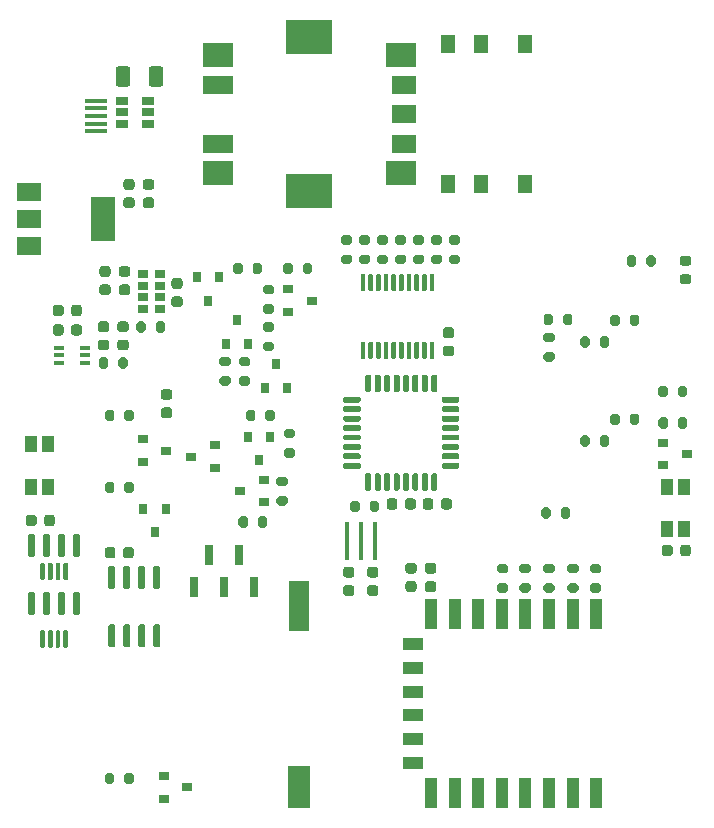
<source format=gbr>
%TF.GenerationSoftware,KiCad,Pcbnew,(5.1.10)-1*%
%TF.CreationDate,2022-01-19T08:49:31+07:00*%
%TF.ProjectId,Digital_module_v3,44696769-7461-46c5-9f6d-6f64756c655f,rev?*%
%TF.SameCoordinates,Original*%
%TF.FileFunction,Paste,Top*%
%TF.FilePolarity,Positive*%
%FSLAX46Y46*%
G04 Gerber Fmt 4.6, Leading zero omitted, Abs format (unit mm)*
G04 Created by KiCad (PCBNEW (5.1.10)-1) date 2022-01-19 08:49:31*
%MOMM*%
%LPD*%
G01*
G04 APERTURE LIST*
%ADD10R,0.950000X0.450000*%
%ADD11R,0.800000X0.900000*%
%ADD12R,0.900000X0.800000*%
%ADD13R,0.400000X3.200000*%
%ADD14R,0.650000X1.800000*%
%ADD15R,1.050000X1.400000*%
%ADD16R,1.870000X3.520000*%
%ADD17R,1.820000X4.320000*%
%ADD18R,2.000000X1.500000*%
%ADD19R,2.000000X3.800000*%
%ADD20R,0.900000X0.700000*%
%ADD21R,1.060000X0.650000*%
%ADD22R,2.500000X2.000000*%
%ADD23R,4.000000X3.000000*%
%ADD24R,2.500000X1.500000*%
%ADD25R,1.300000X1.600000*%
%ADD26R,1.900000X0.450000*%
%ADD27R,1.000000X2.500000*%
%ADD28R,1.800000X1.000000*%
G04 APERTURE END LIST*
D10*
%TO.C,D3*%
X76969800Y-103413800D03*
X76969800Y-104063800D03*
X76969800Y-104713800D03*
X74769800Y-104713800D03*
X74769800Y-104063800D03*
X74769800Y-103413800D03*
%TD*%
%TO.C,R71*%
G36*
G01*
X91153800Y-96972800D02*
X91153800Y-96422800D01*
G75*
G02*
X91353800Y-96222800I200000J0D01*
G01*
X91753800Y-96222800D01*
G75*
G02*
X91953800Y-96422800I0J-200000D01*
G01*
X91953800Y-96972800D01*
G75*
G02*
X91753800Y-97172800I-200000J0D01*
G01*
X91353800Y-97172800D01*
G75*
G02*
X91153800Y-96972800I0J200000D01*
G01*
G37*
G36*
G01*
X89503800Y-96972800D02*
X89503800Y-96422800D01*
G75*
G02*
X89703800Y-96222800I200000J0D01*
G01*
X90103800Y-96222800D01*
G75*
G02*
X90303800Y-96422800I0J-200000D01*
G01*
X90303800Y-96972800D01*
G75*
G02*
X90103800Y-97172800I-200000J0D01*
G01*
X89703800Y-97172800D01*
G75*
G02*
X89503800Y-96972800I0J200000D01*
G01*
G37*
%TD*%
%TO.C,R70*%
G36*
G01*
X92231800Y-102901800D02*
X92781800Y-102901800D01*
G75*
G02*
X92981800Y-103101800I0J-200000D01*
G01*
X92981800Y-103501800D01*
G75*
G02*
X92781800Y-103701800I-200000J0D01*
G01*
X92231800Y-103701800D01*
G75*
G02*
X92031800Y-103501800I0J200000D01*
G01*
X92031800Y-103101800D01*
G75*
G02*
X92231800Y-102901800I200000J0D01*
G01*
G37*
G36*
G01*
X92231800Y-101251800D02*
X92781800Y-101251800D01*
G75*
G02*
X92981800Y-101451800I0J-200000D01*
G01*
X92981800Y-101851800D01*
G75*
G02*
X92781800Y-102051800I-200000J0D01*
G01*
X92231800Y-102051800D01*
G75*
G02*
X92031800Y-101851800I0J200000D01*
G01*
X92031800Y-101451800D01*
G75*
G02*
X92231800Y-101251800I200000J0D01*
G01*
G37*
%TD*%
%TO.C,R68*%
G36*
G01*
X92781800Y-98876800D02*
X92231800Y-98876800D01*
G75*
G02*
X92031800Y-98676800I0J200000D01*
G01*
X92031800Y-98276800D01*
G75*
G02*
X92231800Y-98076800I200000J0D01*
G01*
X92781800Y-98076800D01*
G75*
G02*
X92981800Y-98276800I0J-200000D01*
G01*
X92981800Y-98676800D01*
G75*
G02*
X92781800Y-98876800I-200000J0D01*
G01*
G37*
G36*
G01*
X92781800Y-100526800D02*
X92231800Y-100526800D01*
G75*
G02*
X92031800Y-100326800I0J200000D01*
G01*
X92031800Y-99926800D01*
G75*
G02*
X92231800Y-99726800I200000J0D01*
G01*
X92781800Y-99726800D01*
G75*
G02*
X92981800Y-99926800I0J-200000D01*
G01*
X92981800Y-100326800D01*
G75*
G02*
X92781800Y-100526800I-200000J0D01*
G01*
G37*
%TD*%
%TO.C,R67*%
G36*
G01*
X94557800Y-96422800D02*
X94557800Y-96972800D01*
G75*
G02*
X94357800Y-97172800I-200000J0D01*
G01*
X93957800Y-97172800D01*
G75*
G02*
X93757800Y-96972800I0J200000D01*
G01*
X93757800Y-96422800D01*
G75*
G02*
X93957800Y-96222800I200000J0D01*
G01*
X94357800Y-96222800D01*
G75*
G02*
X94557800Y-96422800I0J-200000D01*
G01*
G37*
G36*
G01*
X96207800Y-96422800D02*
X96207800Y-96972800D01*
G75*
G02*
X96007800Y-97172800I-200000J0D01*
G01*
X95607800Y-97172800D01*
G75*
G02*
X95407800Y-96972800I0J200000D01*
G01*
X95407800Y-96422800D01*
G75*
G02*
X95607800Y-96222800I200000J0D01*
G01*
X96007800Y-96222800D01*
G75*
G02*
X96207800Y-96422800I0J-200000D01*
G01*
G37*
%TD*%
%TO.C,R34*%
G36*
G01*
X93374800Y-115981800D02*
X93924800Y-115981800D01*
G75*
G02*
X94124800Y-116181800I0J-200000D01*
G01*
X94124800Y-116581800D01*
G75*
G02*
X93924800Y-116781800I-200000J0D01*
G01*
X93374800Y-116781800D01*
G75*
G02*
X93174800Y-116581800I0J200000D01*
G01*
X93174800Y-116181800D01*
G75*
G02*
X93374800Y-115981800I200000J0D01*
G01*
G37*
G36*
G01*
X93374800Y-114331800D02*
X93924800Y-114331800D01*
G75*
G02*
X94124800Y-114531800I0J-200000D01*
G01*
X94124800Y-114931800D01*
G75*
G02*
X93924800Y-115131800I-200000J0D01*
G01*
X93374800Y-115131800D01*
G75*
G02*
X93174800Y-114931800I0J200000D01*
G01*
X93174800Y-114531800D01*
G75*
G02*
X93374800Y-114331800I200000J0D01*
G01*
G37*
%TD*%
%TO.C,R33*%
G36*
G01*
X92233800Y-109418800D02*
X92233800Y-108868800D01*
G75*
G02*
X92433800Y-108668800I200000J0D01*
G01*
X92833800Y-108668800D01*
G75*
G02*
X93033800Y-108868800I0J-200000D01*
G01*
X93033800Y-109418800D01*
G75*
G02*
X92833800Y-109618800I-200000J0D01*
G01*
X92433800Y-109618800D01*
G75*
G02*
X92233800Y-109418800I0J200000D01*
G01*
G37*
G36*
G01*
X90583800Y-109418800D02*
X90583800Y-108868800D01*
G75*
G02*
X90783800Y-108668800I200000J0D01*
G01*
X91183800Y-108668800D01*
G75*
G02*
X91383800Y-108868800I0J-200000D01*
G01*
X91383800Y-109418800D01*
G75*
G02*
X91183800Y-109618800I-200000J0D01*
G01*
X90783800Y-109618800D01*
G75*
G02*
X90583800Y-109418800I0J200000D01*
G01*
G37*
%TD*%
%TO.C,R31*%
G36*
G01*
X91598800Y-118435800D02*
X91598800Y-117885800D01*
G75*
G02*
X91798800Y-117685800I200000J0D01*
G01*
X92198800Y-117685800D01*
G75*
G02*
X92398800Y-117885800I0J-200000D01*
G01*
X92398800Y-118435800D01*
G75*
G02*
X92198800Y-118635800I-200000J0D01*
G01*
X91798800Y-118635800D01*
G75*
G02*
X91598800Y-118435800I0J200000D01*
G01*
G37*
G36*
G01*
X89948800Y-118435800D02*
X89948800Y-117885800D01*
G75*
G02*
X90148800Y-117685800I200000J0D01*
G01*
X90548800Y-117685800D01*
G75*
G02*
X90748800Y-117885800I0J-200000D01*
G01*
X90748800Y-118435800D01*
G75*
G02*
X90548800Y-118635800I-200000J0D01*
G01*
X90148800Y-118635800D01*
G75*
G02*
X89948800Y-118435800I0J200000D01*
G01*
G37*
%TD*%
%TO.C,R30*%
G36*
G01*
X94559800Y-111067800D02*
X94009800Y-111067800D01*
G75*
G02*
X93809800Y-110867800I0J200000D01*
G01*
X93809800Y-110467800D01*
G75*
G02*
X94009800Y-110267800I200000J0D01*
G01*
X94559800Y-110267800D01*
G75*
G02*
X94759800Y-110467800I0J-200000D01*
G01*
X94759800Y-110867800D01*
G75*
G02*
X94559800Y-111067800I-200000J0D01*
G01*
G37*
G36*
G01*
X94559800Y-112717800D02*
X94009800Y-112717800D01*
G75*
G02*
X93809800Y-112517800I0J200000D01*
G01*
X93809800Y-112117800D01*
G75*
G02*
X94009800Y-111917800I200000J0D01*
G01*
X94559800Y-111917800D01*
G75*
G02*
X94759800Y-112117800I0J-200000D01*
G01*
X94759800Y-112517800D01*
G75*
G02*
X94559800Y-112717800I-200000J0D01*
G01*
G37*
%TD*%
D11*
%TO.C,Q20*%
X87360800Y-99459800D03*
X86410800Y-97459800D03*
X88310800Y-97459800D03*
%TD*%
%TO.C,Q19*%
X89823800Y-101097800D03*
X90773800Y-103097800D03*
X88873800Y-103097800D03*
%TD*%
D12*
%TO.C,Q18*%
X96157800Y-99425800D03*
X94157800Y-100375800D03*
X94157800Y-98475800D03*
%TD*%
D11*
%TO.C,Q17*%
X93141800Y-104825800D03*
X94091800Y-106825800D03*
X92191800Y-106825800D03*
%TD*%
D12*
%TO.C,Q15*%
X85934800Y-112633800D03*
X87934800Y-111683800D03*
X87934800Y-113583800D03*
%TD*%
%TO.C,Q14*%
X90125800Y-115554800D03*
X92125800Y-114604800D03*
X92125800Y-116504800D03*
%TD*%
D11*
%TO.C,Q13*%
X91683800Y-112953800D03*
X90733800Y-110953800D03*
X92633800Y-110953800D03*
%TD*%
%TO.C,R69*%
G36*
G01*
X88548800Y-105821800D02*
X89098800Y-105821800D01*
G75*
G02*
X89298800Y-106021800I0J-200000D01*
G01*
X89298800Y-106421800D01*
G75*
G02*
X89098800Y-106621800I-200000J0D01*
G01*
X88548800Y-106621800D01*
G75*
G02*
X88348800Y-106421800I0J200000D01*
G01*
X88348800Y-106021800D01*
G75*
G02*
X88548800Y-105821800I200000J0D01*
G01*
G37*
G36*
G01*
X88548800Y-104171800D02*
X89098800Y-104171800D01*
G75*
G02*
X89298800Y-104371800I0J-200000D01*
G01*
X89298800Y-104771800D01*
G75*
G02*
X89098800Y-104971800I-200000J0D01*
G01*
X88548800Y-104971800D01*
G75*
G02*
X88348800Y-104771800I0J200000D01*
G01*
X88348800Y-104371800D01*
G75*
G02*
X88548800Y-104171800I200000J0D01*
G01*
G37*
%TD*%
%TO.C,R66*%
G36*
G01*
X90199800Y-105822800D02*
X90749800Y-105822800D01*
G75*
G02*
X90949800Y-106022800I0J-200000D01*
G01*
X90949800Y-106422800D01*
G75*
G02*
X90749800Y-106622800I-200000J0D01*
G01*
X90199800Y-106622800D01*
G75*
G02*
X89999800Y-106422800I0J200000D01*
G01*
X89999800Y-106022800D01*
G75*
G02*
X90199800Y-105822800I200000J0D01*
G01*
G37*
G36*
G01*
X90199800Y-104172800D02*
X90749800Y-104172800D01*
G75*
G02*
X90949800Y-104372800I0J-200000D01*
G01*
X90949800Y-104772800D01*
G75*
G02*
X90749800Y-104972800I-200000J0D01*
G01*
X90199800Y-104972800D01*
G75*
G02*
X89999800Y-104772800I0J200000D01*
G01*
X89999800Y-104372800D01*
G75*
G02*
X90199800Y-104172800I200000J0D01*
G01*
G37*
%TD*%
%TO.C,R25*%
G36*
G01*
X103957800Y-94684800D02*
X103407800Y-94684800D01*
G75*
G02*
X103207800Y-94484800I0J200000D01*
G01*
X103207800Y-94084800D01*
G75*
G02*
X103407800Y-93884800I200000J0D01*
G01*
X103957800Y-93884800D01*
G75*
G02*
X104157800Y-94084800I0J-200000D01*
G01*
X104157800Y-94484800D01*
G75*
G02*
X103957800Y-94684800I-200000J0D01*
G01*
G37*
G36*
G01*
X103957800Y-96334800D02*
X103407800Y-96334800D01*
G75*
G02*
X103207800Y-96134800I0J200000D01*
G01*
X103207800Y-95734800D01*
G75*
G02*
X103407800Y-95534800I200000J0D01*
G01*
X103957800Y-95534800D01*
G75*
G02*
X104157800Y-95734800I0J-200000D01*
G01*
X104157800Y-96134800D01*
G75*
G02*
X103957800Y-96334800I-200000J0D01*
G01*
G37*
%TD*%
%TO.C,R26*%
G36*
G01*
X100909800Y-94684800D02*
X100359800Y-94684800D01*
G75*
G02*
X100159800Y-94484800I0J200000D01*
G01*
X100159800Y-94084800D01*
G75*
G02*
X100359800Y-93884800I200000J0D01*
G01*
X100909800Y-93884800D01*
G75*
G02*
X101109800Y-94084800I0J-200000D01*
G01*
X101109800Y-94484800D01*
G75*
G02*
X100909800Y-94684800I-200000J0D01*
G01*
G37*
G36*
G01*
X100909800Y-96334800D02*
X100359800Y-96334800D01*
G75*
G02*
X100159800Y-96134800I0J200000D01*
G01*
X100159800Y-95734800D01*
G75*
G02*
X100359800Y-95534800I200000J0D01*
G01*
X100909800Y-95534800D01*
G75*
G02*
X101109800Y-95734800I0J-200000D01*
G01*
X101109800Y-96134800D01*
G75*
G02*
X100909800Y-96334800I-200000J0D01*
G01*
G37*
%TD*%
%TO.C,R24*%
G36*
G01*
X104931800Y-95534800D02*
X105481800Y-95534800D01*
G75*
G02*
X105681800Y-95734800I0J-200000D01*
G01*
X105681800Y-96134800D01*
G75*
G02*
X105481800Y-96334800I-200000J0D01*
G01*
X104931800Y-96334800D01*
G75*
G02*
X104731800Y-96134800I0J200000D01*
G01*
X104731800Y-95734800D01*
G75*
G02*
X104931800Y-95534800I200000J0D01*
G01*
G37*
G36*
G01*
X104931800Y-93884800D02*
X105481800Y-93884800D01*
G75*
G02*
X105681800Y-94084800I0J-200000D01*
G01*
X105681800Y-94484800D01*
G75*
G02*
X105481800Y-94684800I-200000J0D01*
G01*
X104931800Y-94684800D01*
G75*
G02*
X104731800Y-94484800I0J200000D01*
G01*
X104731800Y-94084800D01*
G75*
G02*
X104931800Y-93884800I200000J0D01*
G01*
G37*
%TD*%
%TO.C,D4*%
G36*
G01*
X128069050Y-96474800D02*
X127556550Y-96474800D01*
G75*
G02*
X127337800Y-96256050I0J218750D01*
G01*
X127337800Y-95818550D01*
G75*
G02*
X127556550Y-95599800I218750J0D01*
G01*
X128069050Y-95599800D01*
G75*
G02*
X128287800Y-95818550I0J-218750D01*
G01*
X128287800Y-96256050D01*
G75*
G02*
X128069050Y-96474800I-218750J0D01*
G01*
G37*
G36*
G01*
X128069050Y-98049800D02*
X127556550Y-98049800D01*
G75*
G02*
X127337800Y-97831050I0J218750D01*
G01*
X127337800Y-97393550D01*
G75*
G02*
X127556550Y-97174800I218750J0D01*
G01*
X128069050Y-97174800D01*
G75*
G02*
X128287800Y-97393550I0J-218750D01*
G01*
X128287800Y-97831050D01*
G75*
G02*
X128069050Y-98049800I-218750J0D01*
G01*
G37*
%TD*%
%TO.C,R41*%
G36*
G01*
X123641800Y-95787800D02*
X123641800Y-96337800D01*
G75*
G02*
X123441800Y-96537800I-200000J0D01*
G01*
X123041800Y-96537800D01*
G75*
G02*
X122841800Y-96337800I0J200000D01*
G01*
X122841800Y-95787800D01*
G75*
G02*
X123041800Y-95587800I200000J0D01*
G01*
X123441800Y-95587800D01*
G75*
G02*
X123641800Y-95787800I0J-200000D01*
G01*
G37*
G36*
G01*
X125291800Y-95787800D02*
X125291800Y-96337800D01*
G75*
G02*
X125091800Y-96537800I-200000J0D01*
G01*
X124691800Y-96537800D01*
G75*
G02*
X124491800Y-96337800I0J200000D01*
G01*
X124491800Y-95787800D01*
G75*
G02*
X124691800Y-95587800I200000J0D01*
G01*
X125091800Y-95587800D01*
G75*
G02*
X125291800Y-95787800I0J-200000D01*
G01*
G37*
%TD*%
%TO.C,C3*%
G36*
G01*
X107996800Y-102582800D02*
X107496800Y-102582800D01*
G75*
G02*
X107271800Y-102357800I0J225000D01*
G01*
X107271800Y-101907800D01*
G75*
G02*
X107496800Y-101682800I225000J0D01*
G01*
X107996800Y-101682800D01*
G75*
G02*
X108221800Y-101907800I0J-225000D01*
G01*
X108221800Y-102357800D01*
G75*
G02*
X107996800Y-102582800I-225000J0D01*
G01*
G37*
G36*
G01*
X107996800Y-104132800D02*
X107496800Y-104132800D01*
G75*
G02*
X107271800Y-103907800I0J225000D01*
G01*
X107271800Y-103457800D01*
G75*
G02*
X107496800Y-103232800I225000J0D01*
G01*
X107996800Y-103232800D01*
G75*
G02*
X108221800Y-103457800I0J-225000D01*
G01*
X108221800Y-103907800D01*
G75*
G02*
X107996800Y-104132800I-225000J0D01*
G01*
G37*
%TD*%
%TO.C,R15*%
G36*
G01*
X102433800Y-94685800D02*
X101883800Y-94685800D01*
G75*
G02*
X101683800Y-94485800I0J200000D01*
G01*
X101683800Y-94085800D01*
G75*
G02*
X101883800Y-93885800I200000J0D01*
G01*
X102433800Y-93885800D01*
G75*
G02*
X102633800Y-94085800I0J-200000D01*
G01*
X102633800Y-94485800D01*
G75*
G02*
X102433800Y-94685800I-200000J0D01*
G01*
G37*
G36*
G01*
X102433800Y-96335800D02*
X101883800Y-96335800D01*
G75*
G02*
X101683800Y-96135800I0J200000D01*
G01*
X101683800Y-95735800D01*
G75*
G02*
X101883800Y-95535800I200000J0D01*
G01*
X102433800Y-95535800D01*
G75*
G02*
X102633800Y-95735800I0J-200000D01*
G01*
X102633800Y-96135800D01*
G75*
G02*
X102433800Y-96335800I-200000J0D01*
G01*
G37*
%TD*%
%TO.C,R6*%
G36*
G01*
X99385800Y-94684800D02*
X98835800Y-94684800D01*
G75*
G02*
X98635800Y-94484800I0J200000D01*
G01*
X98635800Y-94084800D01*
G75*
G02*
X98835800Y-93884800I200000J0D01*
G01*
X99385800Y-93884800D01*
G75*
G02*
X99585800Y-94084800I0J-200000D01*
G01*
X99585800Y-94484800D01*
G75*
G02*
X99385800Y-94684800I-200000J0D01*
G01*
G37*
G36*
G01*
X99385800Y-96334800D02*
X98835800Y-96334800D01*
G75*
G02*
X98635800Y-96134800I0J200000D01*
G01*
X98635800Y-95734800D01*
G75*
G02*
X98835800Y-95534800I200000J0D01*
G01*
X99385800Y-95534800D01*
G75*
G02*
X99585800Y-95734800I0J-200000D01*
G01*
X99585800Y-96134800D01*
G75*
G02*
X99385800Y-96334800I-200000J0D01*
G01*
G37*
%TD*%
%TO.C,R9*%
G36*
G01*
X116401800Y-117123800D02*
X116401800Y-117673800D01*
G75*
G02*
X116201800Y-117873800I-200000J0D01*
G01*
X115801800Y-117873800D01*
G75*
G02*
X115601800Y-117673800I0J200000D01*
G01*
X115601800Y-117123800D01*
G75*
G02*
X115801800Y-116923800I200000J0D01*
G01*
X116201800Y-116923800D01*
G75*
G02*
X116401800Y-117123800I0J-200000D01*
G01*
G37*
G36*
G01*
X118051800Y-117123800D02*
X118051800Y-117673800D01*
G75*
G02*
X117851800Y-117873800I-200000J0D01*
G01*
X117451800Y-117873800D01*
G75*
G02*
X117251800Y-117673800I0J200000D01*
G01*
X117251800Y-117123800D01*
G75*
G02*
X117451800Y-116923800I200000J0D01*
G01*
X117851800Y-116923800D01*
G75*
G02*
X118051800Y-117123800I0J-200000D01*
G01*
G37*
%TD*%
%TO.C,R19*%
G36*
G01*
X107979800Y-95535800D02*
X108529800Y-95535800D01*
G75*
G02*
X108729800Y-95735800I0J-200000D01*
G01*
X108729800Y-96135800D01*
G75*
G02*
X108529800Y-96335800I-200000J0D01*
G01*
X107979800Y-96335800D01*
G75*
G02*
X107779800Y-96135800I0J200000D01*
G01*
X107779800Y-95735800D01*
G75*
G02*
X107979800Y-95535800I200000J0D01*
G01*
G37*
G36*
G01*
X107979800Y-93885800D02*
X108529800Y-93885800D01*
G75*
G02*
X108729800Y-94085800I0J-200000D01*
G01*
X108729800Y-94485800D01*
G75*
G02*
X108529800Y-94685800I-200000J0D01*
G01*
X107979800Y-94685800D01*
G75*
G02*
X107779800Y-94485800I0J200000D01*
G01*
X107779800Y-94085800D01*
G75*
G02*
X107979800Y-93885800I200000J0D01*
G01*
G37*
%TD*%
%TO.C,R20*%
G36*
G01*
X106455800Y-95534800D02*
X107005800Y-95534800D01*
G75*
G02*
X107205800Y-95734800I0J-200000D01*
G01*
X107205800Y-96134800D01*
G75*
G02*
X107005800Y-96334800I-200000J0D01*
G01*
X106455800Y-96334800D01*
G75*
G02*
X106255800Y-96134800I0J200000D01*
G01*
X106255800Y-95734800D01*
G75*
G02*
X106455800Y-95534800I200000J0D01*
G01*
G37*
G36*
G01*
X106455800Y-93884800D02*
X107005800Y-93884800D01*
G75*
G02*
X107205800Y-94084800I0J-200000D01*
G01*
X107205800Y-94484800D01*
G75*
G02*
X107005800Y-94684800I-200000J0D01*
G01*
X106455800Y-94684800D01*
G75*
G02*
X106255800Y-94484800I0J200000D01*
G01*
X106255800Y-94084800D01*
G75*
G02*
X106455800Y-93884800I200000J0D01*
G01*
G37*
%TD*%
%TO.C,U14*%
G36*
G01*
X79385300Y-128786300D02*
X79085300Y-128786300D01*
G75*
G02*
X78935300Y-128636300I0J150000D01*
G01*
X78935300Y-126986300D01*
G75*
G02*
X79085300Y-126836300I150000J0D01*
G01*
X79385300Y-126836300D01*
G75*
G02*
X79535300Y-126986300I0J-150000D01*
G01*
X79535300Y-128636300D01*
G75*
G02*
X79385300Y-128786300I-150000J0D01*
G01*
G37*
G36*
G01*
X80655300Y-128786300D02*
X80355300Y-128786300D01*
G75*
G02*
X80205300Y-128636300I0J150000D01*
G01*
X80205300Y-126986300D01*
G75*
G02*
X80355300Y-126836300I150000J0D01*
G01*
X80655300Y-126836300D01*
G75*
G02*
X80805300Y-126986300I0J-150000D01*
G01*
X80805300Y-128636300D01*
G75*
G02*
X80655300Y-128786300I-150000J0D01*
G01*
G37*
G36*
G01*
X81925300Y-128786300D02*
X81625300Y-128786300D01*
G75*
G02*
X81475300Y-128636300I0J150000D01*
G01*
X81475300Y-126986300D01*
G75*
G02*
X81625300Y-126836300I150000J0D01*
G01*
X81925300Y-126836300D01*
G75*
G02*
X82075300Y-126986300I0J-150000D01*
G01*
X82075300Y-128636300D01*
G75*
G02*
X81925300Y-128786300I-150000J0D01*
G01*
G37*
G36*
G01*
X83195300Y-128786300D02*
X82895300Y-128786300D01*
G75*
G02*
X82745300Y-128636300I0J150000D01*
G01*
X82745300Y-126986300D01*
G75*
G02*
X82895300Y-126836300I150000J0D01*
G01*
X83195300Y-126836300D01*
G75*
G02*
X83345300Y-126986300I0J-150000D01*
G01*
X83345300Y-128636300D01*
G75*
G02*
X83195300Y-128786300I-150000J0D01*
G01*
G37*
G36*
G01*
X83195300Y-123836300D02*
X82895300Y-123836300D01*
G75*
G02*
X82745300Y-123686300I0J150000D01*
G01*
X82745300Y-122036300D01*
G75*
G02*
X82895300Y-121886300I150000J0D01*
G01*
X83195300Y-121886300D01*
G75*
G02*
X83345300Y-122036300I0J-150000D01*
G01*
X83345300Y-123686300D01*
G75*
G02*
X83195300Y-123836300I-150000J0D01*
G01*
G37*
G36*
G01*
X81925300Y-123836300D02*
X81625300Y-123836300D01*
G75*
G02*
X81475300Y-123686300I0J150000D01*
G01*
X81475300Y-122036300D01*
G75*
G02*
X81625300Y-121886300I150000J0D01*
G01*
X81925300Y-121886300D01*
G75*
G02*
X82075300Y-122036300I0J-150000D01*
G01*
X82075300Y-123686300D01*
G75*
G02*
X81925300Y-123836300I-150000J0D01*
G01*
G37*
G36*
G01*
X80655300Y-123836300D02*
X80355300Y-123836300D01*
G75*
G02*
X80205300Y-123686300I0J150000D01*
G01*
X80205300Y-122036300D01*
G75*
G02*
X80355300Y-121886300I150000J0D01*
G01*
X80655300Y-121886300D01*
G75*
G02*
X80805300Y-122036300I0J-150000D01*
G01*
X80805300Y-123686300D01*
G75*
G02*
X80655300Y-123836300I-150000J0D01*
G01*
G37*
G36*
G01*
X79385300Y-123836300D02*
X79085300Y-123836300D01*
G75*
G02*
X78935300Y-123686300I0J150000D01*
G01*
X78935300Y-122036300D01*
G75*
G02*
X79085300Y-121886300I150000J0D01*
G01*
X79385300Y-121886300D01*
G75*
G02*
X79535300Y-122036300I0J-150000D01*
G01*
X79535300Y-123686300D01*
G75*
G02*
X79385300Y-123836300I-150000J0D01*
G01*
G37*
%TD*%
%TO.C,C39*%
G36*
G01*
X78645300Y-121014300D02*
X78645300Y-120514300D01*
G75*
G02*
X78870300Y-120289300I225000J0D01*
G01*
X79320300Y-120289300D01*
G75*
G02*
X79545300Y-120514300I0J-225000D01*
G01*
X79545300Y-121014300D01*
G75*
G02*
X79320300Y-121239300I-225000J0D01*
G01*
X78870300Y-121239300D01*
G75*
G02*
X78645300Y-121014300I0J225000D01*
G01*
G37*
G36*
G01*
X80195300Y-121014300D02*
X80195300Y-120514300D01*
G75*
G02*
X80420300Y-120289300I225000J0D01*
G01*
X80870300Y-120289300D01*
G75*
G02*
X81095300Y-120514300I0J-225000D01*
G01*
X81095300Y-121014300D01*
G75*
G02*
X80870300Y-121239300I-225000J0D01*
G01*
X80420300Y-121239300D01*
G75*
G02*
X80195300Y-121014300I0J225000D01*
G01*
G37*
%TD*%
%TO.C,U15*%
G36*
G01*
X73478300Y-123089300D02*
X73278300Y-123089300D01*
G75*
G02*
X73178300Y-122989300I0J100000D01*
G01*
X73178300Y-121714300D01*
G75*
G02*
X73278300Y-121614300I100000J0D01*
G01*
X73478300Y-121614300D01*
G75*
G02*
X73578300Y-121714300I0J-100000D01*
G01*
X73578300Y-122989300D01*
G75*
G02*
X73478300Y-123089300I-100000J0D01*
G01*
G37*
G36*
G01*
X74128300Y-123089300D02*
X73928300Y-123089300D01*
G75*
G02*
X73828300Y-122989300I0J100000D01*
G01*
X73828300Y-121714300D01*
G75*
G02*
X73928300Y-121614300I100000J0D01*
G01*
X74128300Y-121614300D01*
G75*
G02*
X74228300Y-121714300I0J-100000D01*
G01*
X74228300Y-122989300D01*
G75*
G02*
X74128300Y-123089300I-100000J0D01*
G01*
G37*
G36*
G01*
X74778300Y-123089300D02*
X74578300Y-123089300D01*
G75*
G02*
X74478300Y-122989300I0J100000D01*
G01*
X74478300Y-121714300D01*
G75*
G02*
X74578300Y-121614300I100000J0D01*
G01*
X74778300Y-121614300D01*
G75*
G02*
X74878300Y-121714300I0J-100000D01*
G01*
X74878300Y-122989300D01*
G75*
G02*
X74778300Y-123089300I-100000J0D01*
G01*
G37*
G36*
G01*
X75428300Y-123089300D02*
X75228300Y-123089300D01*
G75*
G02*
X75128300Y-122989300I0J100000D01*
G01*
X75128300Y-121714300D01*
G75*
G02*
X75228300Y-121614300I100000J0D01*
G01*
X75428300Y-121614300D01*
G75*
G02*
X75528300Y-121714300I0J-100000D01*
G01*
X75528300Y-122989300D01*
G75*
G02*
X75428300Y-123089300I-100000J0D01*
G01*
G37*
G36*
G01*
X75428300Y-128814300D02*
X75228300Y-128814300D01*
G75*
G02*
X75128300Y-128714300I0J100000D01*
G01*
X75128300Y-127439300D01*
G75*
G02*
X75228300Y-127339300I100000J0D01*
G01*
X75428300Y-127339300D01*
G75*
G02*
X75528300Y-127439300I0J-100000D01*
G01*
X75528300Y-128714300D01*
G75*
G02*
X75428300Y-128814300I-100000J0D01*
G01*
G37*
G36*
G01*
X74778300Y-128814300D02*
X74578300Y-128814300D01*
G75*
G02*
X74478300Y-128714300I0J100000D01*
G01*
X74478300Y-127439300D01*
G75*
G02*
X74578300Y-127339300I100000J0D01*
G01*
X74778300Y-127339300D01*
G75*
G02*
X74878300Y-127439300I0J-100000D01*
G01*
X74878300Y-128714300D01*
G75*
G02*
X74778300Y-128814300I-100000J0D01*
G01*
G37*
G36*
G01*
X74128300Y-128814300D02*
X73928300Y-128814300D01*
G75*
G02*
X73828300Y-128714300I0J100000D01*
G01*
X73828300Y-127439300D01*
G75*
G02*
X73928300Y-127339300I100000J0D01*
G01*
X74128300Y-127339300D01*
G75*
G02*
X74228300Y-127439300I0J-100000D01*
G01*
X74228300Y-128714300D01*
G75*
G02*
X74128300Y-128814300I-100000J0D01*
G01*
G37*
G36*
G01*
X73478300Y-128814300D02*
X73278300Y-128814300D01*
G75*
G02*
X73178300Y-128714300I0J100000D01*
G01*
X73178300Y-127439300D01*
G75*
G02*
X73278300Y-127339300I100000J0D01*
G01*
X73478300Y-127339300D01*
G75*
G02*
X73578300Y-127439300I0J-100000D01*
G01*
X73578300Y-128714300D01*
G75*
G02*
X73478300Y-128814300I-100000J0D01*
G01*
G37*
%TD*%
%TO.C,C40*%
G36*
G01*
X73514800Y-118283800D02*
X73514800Y-117783800D01*
G75*
G02*
X73739800Y-117558800I225000J0D01*
G01*
X74189800Y-117558800D01*
G75*
G02*
X74414800Y-117783800I0J-225000D01*
G01*
X74414800Y-118283800D01*
G75*
G02*
X74189800Y-118508800I-225000J0D01*
G01*
X73739800Y-118508800D01*
G75*
G02*
X73514800Y-118283800I0J225000D01*
G01*
G37*
G36*
G01*
X71964800Y-118283800D02*
X71964800Y-117783800D01*
G75*
G02*
X72189800Y-117558800I225000J0D01*
G01*
X72639800Y-117558800D01*
G75*
G02*
X72864800Y-117783800I0J-225000D01*
G01*
X72864800Y-118283800D01*
G75*
G02*
X72639800Y-118508800I-225000J0D01*
G01*
X72189800Y-118508800D01*
G75*
G02*
X71964800Y-118283800I0J225000D01*
G01*
G37*
%TD*%
%TO.C,U16*%
G36*
G01*
X72590800Y-121105800D02*
X72290800Y-121105800D01*
G75*
G02*
X72140800Y-120955800I0J150000D01*
G01*
X72140800Y-119305800D01*
G75*
G02*
X72290800Y-119155800I150000J0D01*
G01*
X72590800Y-119155800D01*
G75*
G02*
X72740800Y-119305800I0J-150000D01*
G01*
X72740800Y-120955800D01*
G75*
G02*
X72590800Y-121105800I-150000J0D01*
G01*
G37*
G36*
G01*
X73860800Y-121105800D02*
X73560800Y-121105800D01*
G75*
G02*
X73410800Y-120955800I0J150000D01*
G01*
X73410800Y-119305800D01*
G75*
G02*
X73560800Y-119155800I150000J0D01*
G01*
X73860800Y-119155800D01*
G75*
G02*
X74010800Y-119305800I0J-150000D01*
G01*
X74010800Y-120955800D01*
G75*
G02*
X73860800Y-121105800I-150000J0D01*
G01*
G37*
G36*
G01*
X75130800Y-121105800D02*
X74830800Y-121105800D01*
G75*
G02*
X74680800Y-120955800I0J150000D01*
G01*
X74680800Y-119305800D01*
G75*
G02*
X74830800Y-119155800I150000J0D01*
G01*
X75130800Y-119155800D01*
G75*
G02*
X75280800Y-119305800I0J-150000D01*
G01*
X75280800Y-120955800D01*
G75*
G02*
X75130800Y-121105800I-150000J0D01*
G01*
G37*
G36*
G01*
X76400800Y-121105800D02*
X76100800Y-121105800D01*
G75*
G02*
X75950800Y-120955800I0J150000D01*
G01*
X75950800Y-119305800D01*
G75*
G02*
X76100800Y-119155800I150000J0D01*
G01*
X76400800Y-119155800D01*
G75*
G02*
X76550800Y-119305800I0J-150000D01*
G01*
X76550800Y-120955800D01*
G75*
G02*
X76400800Y-121105800I-150000J0D01*
G01*
G37*
G36*
G01*
X76400800Y-126055800D02*
X76100800Y-126055800D01*
G75*
G02*
X75950800Y-125905800I0J150000D01*
G01*
X75950800Y-124255800D01*
G75*
G02*
X76100800Y-124105800I150000J0D01*
G01*
X76400800Y-124105800D01*
G75*
G02*
X76550800Y-124255800I0J-150000D01*
G01*
X76550800Y-125905800D01*
G75*
G02*
X76400800Y-126055800I-150000J0D01*
G01*
G37*
G36*
G01*
X75130800Y-126055800D02*
X74830800Y-126055800D01*
G75*
G02*
X74680800Y-125905800I0J150000D01*
G01*
X74680800Y-124255800D01*
G75*
G02*
X74830800Y-124105800I150000J0D01*
G01*
X75130800Y-124105800D01*
G75*
G02*
X75280800Y-124255800I0J-150000D01*
G01*
X75280800Y-125905800D01*
G75*
G02*
X75130800Y-126055800I-150000J0D01*
G01*
G37*
G36*
G01*
X73860800Y-126055800D02*
X73560800Y-126055800D01*
G75*
G02*
X73410800Y-125905800I0J150000D01*
G01*
X73410800Y-124255800D01*
G75*
G02*
X73560800Y-124105800I150000J0D01*
G01*
X73860800Y-124105800D01*
G75*
G02*
X74010800Y-124255800I0J-150000D01*
G01*
X74010800Y-125905800D01*
G75*
G02*
X73860800Y-126055800I-150000J0D01*
G01*
G37*
G36*
G01*
X72590800Y-126055800D02*
X72290800Y-126055800D01*
G75*
G02*
X72140800Y-125905800I0J150000D01*
G01*
X72140800Y-124255800D01*
G75*
G02*
X72290800Y-124105800I150000J0D01*
G01*
X72590800Y-124105800D01*
G75*
G02*
X72740800Y-124255800I0J-150000D01*
G01*
X72740800Y-125905800D01*
G75*
G02*
X72590800Y-126055800I-150000J0D01*
G01*
G37*
%TD*%
%TO.C,R38*%
G36*
G01*
X101060300Y-117102300D02*
X101060300Y-116552300D01*
G75*
G02*
X101260300Y-116352300I200000J0D01*
G01*
X101660300Y-116352300D01*
G75*
G02*
X101860300Y-116552300I0J-200000D01*
G01*
X101860300Y-117102300D01*
G75*
G02*
X101660300Y-117302300I-200000J0D01*
G01*
X101260300Y-117302300D01*
G75*
G02*
X101060300Y-117102300I0J200000D01*
G01*
G37*
G36*
G01*
X99410300Y-117102300D02*
X99410300Y-116552300D01*
G75*
G02*
X99610300Y-116352300I200000J0D01*
G01*
X100010300Y-116352300D01*
G75*
G02*
X100210300Y-116552300I0J-200000D01*
G01*
X100210300Y-117102300D01*
G75*
G02*
X100010300Y-117302300I-200000J0D01*
G01*
X99610300Y-117302300D01*
G75*
G02*
X99410300Y-117102300I0J200000D01*
G01*
G37*
%TD*%
%TO.C,C17*%
G36*
G01*
X99051300Y-123515300D02*
X99551300Y-123515300D01*
G75*
G02*
X99776300Y-123740300I0J-225000D01*
G01*
X99776300Y-124190300D01*
G75*
G02*
X99551300Y-124415300I-225000J0D01*
G01*
X99051300Y-124415300D01*
G75*
G02*
X98826300Y-124190300I0J225000D01*
G01*
X98826300Y-123740300D01*
G75*
G02*
X99051300Y-123515300I225000J0D01*
G01*
G37*
G36*
G01*
X99051300Y-121965300D02*
X99551300Y-121965300D01*
G75*
G02*
X99776300Y-122190300I0J-225000D01*
G01*
X99776300Y-122640300D01*
G75*
G02*
X99551300Y-122865300I-225000J0D01*
G01*
X99051300Y-122865300D01*
G75*
G02*
X98826300Y-122640300I0J225000D01*
G01*
X98826300Y-122190300D01*
G75*
G02*
X99051300Y-121965300I225000J0D01*
G01*
G37*
%TD*%
D13*
%TO.C,Y2*%
X99117300Y-119748300D03*
X100317300Y-119748300D03*
X101517300Y-119748300D03*
%TD*%
%TO.C,C16*%
G36*
G01*
X101083300Y-123515300D02*
X101583300Y-123515300D01*
G75*
G02*
X101808300Y-123740300I0J-225000D01*
G01*
X101808300Y-124190300D01*
G75*
G02*
X101583300Y-124415300I-225000J0D01*
G01*
X101083300Y-124415300D01*
G75*
G02*
X100858300Y-124190300I0J225000D01*
G01*
X100858300Y-123740300D01*
G75*
G02*
X101083300Y-123515300I225000J0D01*
G01*
G37*
G36*
G01*
X101083300Y-121965300D02*
X101583300Y-121965300D01*
G75*
G02*
X101808300Y-122190300I0J-225000D01*
G01*
X101808300Y-122640300D01*
G75*
G02*
X101583300Y-122865300I-225000J0D01*
G01*
X101083300Y-122865300D01*
G75*
G02*
X100858300Y-122640300I0J225000D01*
G01*
X100858300Y-122190300D01*
G75*
G02*
X101083300Y-121965300I225000J0D01*
G01*
G37*
%TD*%
D14*
%TO.C,J9*%
X90030300Y-120938300D03*
X87490300Y-120938300D03*
X91300300Y-123638300D03*
X88760300Y-123638300D03*
X86220300Y-123638300D03*
%TD*%
D15*
%TO.C,SW1*%
X72355800Y-111598300D03*
X72355800Y-115198300D03*
X73795800Y-111598300D03*
X73795800Y-115198300D03*
%TD*%
%TO.C,R84*%
G36*
G01*
X126308800Y-109503800D02*
X126308800Y-110053800D01*
G75*
G02*
X126108800Y-110253800I-200000J0D01*
G01*
X125708800Y-110253800D01*
G75*
G02*
X125508800Y-110053800I0J200000D01*
G01*
X125508800Y-109503800D01*
G75*
G02*
X125708800Y-109303800I200000J0D01*
G01*
X126108800Y-109303800D01*
G75*
G02*
X126308800Y-109503800I0J-200000D01*
G01*
G37*
G36*
G01*
X127958800Y-109503800D02*
X127958800Y-110053800D01*
G75*
G02*
X127758800Y-110253800I-200000J0D01*
G01*
X127358800Y-110253800D01*
G75*
G02*
X127158800Y-110053800I0J200000D01*
G01*
X127158800Y-109503800D01*
G75*
G02*
X127358800Y-109303800I200000J0D01*
G01*
X127758800Y-109303800D01*
G75*
G02*
X127958800Y-109503800I0J-200000D01*
G01*
G37*
%TD*%
%TO.C,R83*%
G36*
G01*
X127157800Y-107386800D02*
X127157800Y-106836800D01*
G75*
G02*
X127357800Y-106636800I200000J0D01*
G01*
X127757800Y-106636800D01*
G75*
G02*
X127957800Y-106836800I0J-200000D01*
G01*
X127957800Y-107386800D01*
G75*
G02*
X127757800Y-107586800I-200000J0D01*
G01*
X127357800Y-107586800D01*
G75*
G02*
X127157800Y-107386800I0J200000D01*
G01*
G37*
G36*
G01*
X125507800Y-107386800D02*
X125507800Y-106836800D01*
G75*
G02*
X125707800Y-106636800I200000J0D01*
G01*
X126107800Y-106636800D01*
G75*
G02*
X126307800Y-106836800I0J-200000D01*
G01*
X126307800Y-107386800D01*
G75*
G02*
X126107800Y-107586800I-200000J0D01*
G01*
X125707800Y-107586800D01*
G75*
G02*
X125507800Y-107386800I0J200000D01*
G01*
G37*
%TD*%
%TO.C,R65*%
G36*
G01*
X122244800Y-100804300D02*
X122244800Y-101354300D01*
G75*
G02*
X122044800Y-101554300I-200000J0D01*
G01*
X121644800Y-101554300D01*
G75*
G02*
X121444800Y-101354300I0J200000D01*
G01*
X121444800Y-100804300D01*
G75*
G02*
X121644800Y-100604300I200000J0D01*
G01*
X122044800Y-100604300D01*
G75*
G02*
X122244800Y-100804300I0J-200000D01*
G01*
G37*
G36*
G01*
X123894800Y-100804300D02*
X123894800Y-101354300D01*
G75*
G02*
X123694800Y-101554300I-200000J0D01*
G01*
X123294800Y-101554300D01*
G75*
G02*
X123094800Y-101354300I0J200000D01*
G01*
X123094800Y-100804300D01*
G75*
G02*
X123294800Y-100604300I200000J0D01*
G01*
X123694800Y-100604300D01*
G75*
G02*
X123894800Y-100804300I0J-200000D01*
G01*
G37*
%TD*%
%TO.C,R64*%
G36*
G01*
X119703800Y-102645800D02*
X119703800Y-103195800D01*
G75*
G02*
X119503800Y-103395800I-200000J0D01*
G01*
X119103800Y-103395800D01*
G75*
G02*
X118903800Y-103195800I0J200000D01*
G01*
X118903800Y-102645800D01*
G75*
G02*
X119103800Y-102445800I200000J0D01*
G01*
X119503800Y-102445800D01*
G75*
G02*
X119703800Y-102645800I0J-200000D01*
G01*
G37*
G36*
G01*
X121353800Y-102645800D02*
X121353800Y-103195800D01*
G75*
G02*
X121153800Y-103395800I-200000J0D01*
G01*
X120753800Y-103395800D01*
G75*
G02*
X120553800Y-103195800I0J200000D01*
G01*
X120553800Y-102645800D01*
G75*
G02*
X120753800Y-102445800I200000J0D01*
G01*
X121153800Y-102445800D01*
G75*
G02*
X121353800Y-102645800I0J-200000D01*
G01*
G37*
%TD*%
%TO.C,R63*%
G36*
G01*
X116530800Y-102939800D02*
X115980800Y-102939800D01*
G75*
G02*
X115780800Y-102739800I0J200000D01*
G01*
X115780800Y-102339800D01*
G75*
G02*
X115980800Y-102139800I200000J0D01*
G01*
X116530800Y-102139800D01*
G75*
G02*
X116730800Y-102339800I0J-200000D01*
G01*
X116730800Y-102739800D01*
G75*
G02*
X116530800Y-102939800I-200000J0D01*
G01*
G37*
G36*
G01*
X116530800Y-104589800D02*
X115980800Y-104589800D01*
G75*
G02*
X115780800Y-104389800I0J200000D01*
G01*
X115780800Y-103989800D01*
G75*
G02*
X115980800Y-103789800I200000J0D01*
G01*
X116530800Y-103789800D01*
G75*
G02*
X116730800Y-103989800I0J-200000D01*
G01*
X116730800Y-104389800D01*
G75*
G02*
X116530800Y-104589800I-200000J0D01*
G01*
G37*
%TD*%
%TO.C,R62*%
G36*
G01*
X117443300Y-101290800D02*
X117443300Y-100740800D01*
G75*
G02*
X117643300Y-100540800I200000J0D01*
G01*
X118043300Y-100540800D01*
G75*
G02*
X118243300Y-100740800I0J-200000D01*
G01*
X118243300Y-101290800D01*
G75*
G02*
X118043300Y-101490800I-200000J0D01*
G01*
X117643300Y-101490800D01*
G75*
G02*
X117443300Y-101290800I0J200000D01*
G01*
G37*
G36*
G01*
X115793300Y-101290800D02*
X115793300Y-100740800D01*
G75*
G02*
X115993300Y-100540800I200000J0D01*
G01*
X116393300Y-100540800D01*
G75*
G02*
X116593300Y-100740800I0J-200000D01*
G01*
X116593300Y-101290800D01*
G75*
G02*
X116393300Y-101490800I-200000J0D01*
G01*
X115993300Y-101490800D01*
G75*
G02*
X115793300Y-101290800I0J200000D01*
G01*
G37*
%TD*%
%TO.C,R61*%
G36*
G01*
X122243800Y-109186300D02*
X122243800Y-109736300D01*
G75*
G02*
X122043800Y-109936300I-200000J0D01*
G01*
X121643800Y-109936300D01*
G75*
G02*
X121443800Y-109736300I0J200000D01*
G01*
X121443800Y-109186300D01*
G75*
G02*
X121643800Y-108986300I200000J0D01*
G01*
X122043800Y-108986300D01*
G75*
G02*
X122243800Y-109186300I0J-200000D01*
G01*
G37*
G36*
G01*
X123893800Y-109186300D02*
X123893800Y-109736300D01*
G75*
G02*
X123693800Y-109936300I-200000J0D01*
G01*
X123293800Y-109936300D01*
G75*
G02*
X123093800Y-109736300I0J200000D01*
G01*
X123093800Y-109186300D01*
G75*
G02*
X123293800Y-108986300I200000J0D01*
G01*
X123693800Y-108986300D01*
G75*
G02*
X123893800Y-109186300I0J-200000D01*
G01*
G37*
%TD*%
%TO.C,R60*%
G36*
G01*
X119703800Y-111027800D02*
X119703800Y-111577800D01*
G75*
G02*
X119503800Y-111777800I-200000J0D01*
G01*
X119103800Y-111777800D01*
G75*
G02*
X118903800Y-111577800I0J200000D01*
G01*
X118903800Y-111027800D01*
G75*
G02*
X119103800Y-110827800I200000J0D01*
G01*
X119503800Y-110827800D01*
G75*
G02*
X119703800Y-111027800I0J-200000D01*
G01*
G37*
G36*
G01*
X121353800Y-111027800D02*
X121353800Y-111577800D01*
G75*
G02*
X121153800Y-111777800I-200000J0D01*
G01*
X120753800Y-111777800D01*
G75*
G02*
X120553800Y-111577800I0J200000D01*
G01*
X120553800Y-111027800D01*
G75*
G02*
X120753800Y-110827800I200000J0D01*
G01*
X121153800Y-110827800D01*
G75*
G02*
X121353800Y-111027800I0J-200000D01*
G01*
G37*
%TD*%
D12*
%TO.C,Q22*%
X127939800Y-112384800D03*
X125939800Y-113334800D03*
X125939800Y-111434800D03*
%TD*%
%TO.C,R28*%
G36*
G01*
X80295800Y-115514800D02*
X80295800Y-114964800D01*
G75*
G02*
X80495800Y-114764800I200000J0D01*
G01*
X80895800Y-114764800D01*
G75*
G02*
X81095800Y-114964800I0J-200000D01*
G01*
X81095800Y-115514800D01*
G75*
G02*
X80895800Y-115714800I-200000J0D01*
G01*
X80495800Y-115714800D01*
G75*
G02*
X80295800Y-115514800I0J200000D01*
G01*
G37*
G36*
G01*
X78645800Y-115514800D02*
X78645800Y-114964800D01*
G75*
G02*
X78845800Y-114764800I200000J0D01*
G01*
X79245800Y-114764800D01*
G75*
G02*
X79445800Y-114964800I0J-200000D01*
G01*
X79445800Y-115514800D01*
G75*
G02*
X79245800Y-115714800I-200000J0D01*
G01*
X78845800Y-115714800D01*
G75*
G02*
X78645800Y-115514800I0J200000D01*
G01*
G37*
%TD*%
%TO.C,R29*%
G36*
G01*
X80295800Y-109418800D02*
X80295800Y-108868800D01*
G75*
G02*
X80495800Y-108668800I200000J0D01*
G01*
X80895800Y-108668800D01*
G75*
G02*
X81095800Y-108868800I0J-200000D01*
G01*
X81095800Y-109418800D01*
G75*
G02*
X80895800Y-109618800I-200000J0D01*
G01*
X80495800Y-109618800D01*
G75*
G02*
X80295800Y-109418800I0J200000D01*
G01*
G37*
G36*
G01*
X78645800Y-109418800D02*
X78645800Y-108868800D01*
G75*
G02*
X78845800Y-108668800I200000J0D01*
G01*
X79245800Y-108668800D01*
G75*
G02*
X79445800Y-108868800I0J-200000D01*
G01*
X79445800Y-109418800D01*
G75*
G02*
X79245800Y-109618800I-200000J0D01*
G01*
X78845800Y-109618800D01*
G75*
G02*
X78645800Y-109418800I0J200000D01*
G01*
G37*
%TD*%
%TO.C,R27*%
G36*
G01*
X80294800Y-140152800D02*
X80294800Y-139602800D01*
G75*
G02*
X80494800Y-139402800I200000J0D01*
G01*
X80894800Y-139402800D01*
G75*
G02*
X81094800Y-139602800I0J-200000D01*
G01*
X81094800Y-140152800D01*
G75*
G02*
X80894800Y-140352800I-200000J0D01*
G01*
X80494800Y-140352800D01*
G75*
G02*
X80294800Y-140152800I0J200000D01*
G01*
G37*
G36*
G01*
X78644800Y-140152800D02*
X78644800Y-139602800D01*
G75*
G02*
X78844800Y-139402800I200000J0D01*
G01*
X79244800Y-139402800D01*
G75*
G02*
X79444800Y-139602800I0J-200000D01*
G01*
X79444800Y-140152800D01*
G75*
G02*
X79244800Y-140352800I-200000J0D01*
G01*
X78844800Y-140352800D01*
G75*
G02*
X78644800Y-140152800I0J200000D01*
G01*
G37*
%TD*%
D11*
%TO.C,Q11*%
X82854800Y-119033800D03*
X81904800Y-117033800D03*
X83804800Y-117033800D03*
%TD*%
D12*
%TO.C,Q12*%
X83838800Y-112125800D03*
X81838800Y-113075800D03*
X81838800Y-111175800D03*
%TD*%
%TO.C,Q10*%
X85632800Y-140639800D03*
X83632800Y-141589800D03*
X83632800Y-139689800D03*
%TD*%
%TO.C,R42*%
G36*
G01*
X112593800Y-122498800D02*
X112043800Y-122498800D01*
G75*
G02*
X111843800Y-122298800I0J200000D01*
G01*
X111843800Y-121898800D01*
G75*
G02*
X112043800Y-121698800I200000J0D01*
G01*
X112593800Y-121698800D01*
G75*
G02*
X112793800Y-121898800I0J-200000D01*
G01*
X112793800Y-122298800D01*
G75*
G02*
X112593800Y-122498800I-200000J0D01*
G01*
G37*
G36*
G01*
X112593800Y-124148800D02*
X112043800Y-124148800D01*
G75*
G02*
X111843800Y-123948800I0J200000D01*
G01*
X111843800Y-123548800D01*
G75*
G02*
X112043800Y-123348800I200000J0D01*
G01*
X112593800Y-123348800D01*
G75*
G02*
X112793800Y-123548800I0J-200000D01*
G01*
X112793800Y-123948800D01*
G75*
G02*
X112593800Y-124148800I-200000J0D01*
G01*
G37*
%TD*%
%TO.C,C23*%
G36*
G01*
X104071300Y-116886800D02*
X104071300Y-116386800D01*
G75*
G02*
X104296300Y-116161800I225000J0D01*
G01*
X104746300Y-116161800D01*
G75*
G02*
X104971300Y-116386800I0J-225000D01*
G01*
X104971300Y-116886800D01*
G75*
G02*
X104746300Y-117111800I-225000J0D01*
G01*
X104296300Y-117111800D01*
G75*
G02*
X104071300Y-116886800I0J225000D01*
G01*
G37*
G36*
G01*
X102521300Y-116886800D02*
X102521300Y-116386800D01*
G75*
G02*
X102746300Y-116161800I225000J0D01*
G01*
X103196300Y-116161800D01*
G75*
G02*
X103421300Y-116386800I0J-225000D01*
G01*
X103421300Y-116886800D01*
G75*
G02*
X103196300Y-117111800I-225000J0D01*
G01*
X102746300Y-117111800D01*
G75*
G02*
X102521300Y-116886800I0J225000D01*
G01*
G37*
%TD*%
%TO.C,C20*%
G36*
G01*
X107119300Y-116886800D02*
X107119300Y-116386800D01*
G75*
G02*
X107344300Y-116161800I225000J0D01*
G01*
X107794300Y-116161800D01*
G75*
G02*
X108019300Y-116386800I0J-225000D01*
G01*
X108019300Y-116886800D01*
G75*
G02*
X107794300Y-117111800I-225000J0D01*
G01*
X107344300Y-117111800D01*
G75*
G02*
X107119300Y-116886800I0J225000D01*
G01*
G37*
G36*
G01*
X105569300Y-116886800D02*
X105569300Y-116386800D01*
G75*
G02*
X105794300Y-116161800I225000J0D01*
G01*
X106244300Y-116161800D01*
G75*
G02*
X106469300Y-116386800I0J-225000D01*
G01*
X106469300Y-116886800D01*
G75*
G02*
X106244300Y-117111800I-225000J0D01*
G01*
X105794300Y-117111800D01*
G75*
G02*
X105569300Y-116886800I0J225000D01*
G01*
G37*
%TD*%
%TO.C,R36*%
G36*
G01*
X78936800Y-104423800D02*
X78936800Y-104973800D01*
G75*
G02*
X78736800Y-105173800I-200000J0D01*
G01*
X78336800Y-105173800D01*
G75*
G02*
X78136800Y-104973800I0J200000D01*
G01*
X78136800Y-104423800D01*
G75*
G02*
X78336800Y-104223800I200000J0D01*
G01*
X78736800Y-104223800D01*
G75*
G02*
X78936800Y-104423800I0J-200000D01*
G01*
G37*
G36*
G01*
X80586800Y-104423800D02*
X80586800Y-104973800D01*
G75*
G02*
X80386800Y-105173800I-200000J0D01*
G01*
X79986800Y-105173800D01*
G75*
G02*
X79786800Y-104973800I0J200000D01*
G01*
X79786800Y-104423800D01*
G75*
G02*
X79986800Y-104223800I200000J0D01*
G01*
X80386800Y-104223800D01*
G75*
G02*
X80586800Y-104423800I0J-200000D01*
G01*
G37*
%TD*%
%TO.C,C14*%
G36*
G01*
X79937800Y-102724800D02*
X80437800Y-102724800D01*
G75*
G02*
X80662800Y-102949800I0J-225000D01*
G01*
X80662800Y-103399800D01*
G75*
G02*
X80437800Y-103624800I-225000J0D01*
G01*
X79937800Y-103624800D01*
G75*
G02*
X79712800Y-103399800I0J225000D01*
G01*
X79712800Y-102949800D01*
G75*
G02*
X79937800Y-102724800I225000J0D01*
G01*
G37*
G36*
G01*
X79937800Y-101174800D02*
X80437800Y-101174800D01*
G75*
G02*
X80662800Y-101399800I0J-225000D01*
G01*
X80662800Y-101849800D01*
G75*
G02*
X80437800Y-102074800I-225000J0D01*
G01*
X79937800Y-102074800D01*
G75*
G02*
X79712800Y-101849800I0J225000D01*
G01*
X79712800Y-101399800D01*
G75*
G02*
X79937800Y-101174800I225000J0D01*
G01*
G37*
%TD*%
%TO.C,C13*%
G36*
G01*
X78286800Y-102724800D02*
X78786800Y-102724800D01*
G75*
G02*
X79011800Y-102949800I0J-225000D01*
G01*
X79011800Y-103399800D01*
G75*
G02*
X78786800Y-103624800I-225000J0D01*
G01*
X78286800Y-103624800D01*
G75*
G02*
X78061800Y-103399800I0J225000D01*
G01*
X78061800Y-102949800D01*
G75*
G02*
X78286800Y-102724800I225000J0D01*
G01*
G37*
G36*
G01*
X78286800Y-101174800D02*
X78786800Y-101174800D01*
G75*
G02*
X79011800Y-101399800I0J-225000D01*
G01*
X79011800Y-101849800D01*
G75*
G02*
X78786800Y-102074800I-225000J0D01*
G01*
X78286800Y-102074800D01*
G75*
G02*
X78061800Y-101849800I0J225000D01*
G01*
X78061800Y-101399800D01*
G75*
G02*
X78286800Y-101174800I225000J0D01*
G01*
G37*
%TD*%
%TO.C,C11*%
G36*
G01*
X75800800Y-102154800D02*
X75800800Y-101654800D01*
G75*
G02*
X76025800Y-101429800I225000J0D01*
G01*
X76475800Y-101429800D01*
G75*
G02*
X76700800Y-101654800I0J-225000D01*
G01*
X76700800Y-102154800D01*
G75*
G02*
X76475800Y-102379800I-225000J0D01*
G01*
X76025800Y-102379800D01*
G75*
G02*
X75800800Y-102154800I0J225000D01*
G01*
G37*
G36*
G01*
X74250800Y-102154800D02*
X74250800Y-101654800D01*
G75*
G02*
X74475800Y-101429800I225000J0D01*
G01*
X74925800Y-101429800D01*
G75*
G02*
X75150800Y-101654800I0J-225000D01*
G01*
X75150800Y-102154800D01*
G75*
G02*
X74925800Y-102379800I-225000J0D01*
G01*
X74475800Y-102379800D01*
G75*
G02*
X74250800Y-102154800I0J225000D01*
G01*
G37*
%TD*%
%TO.C,C9*%
G36*
G01*
X75800800Y-100503800D02*
X75800800Y-100003800D01*
G75*
G02*
X76025800Y-99778800I225000J0D01*
G01*
X76475800Y-99778800D01*
G75*
G02*
X76700800Y-100003800I0J-225000D01*
G01*
X76700800Y-100503800D01*
G75*
G02*
X76475800Y-100728800I-225000J0D01*
G01*
X76025800Y-100728800D01*
G75*
G02*
X75800800Y-100503800I0J225000D01*
G01*
G37*
G36*
G01*
X74250800Y-100503800D02*
X74250800Y-100003800D01*
G75*
G02*
X74475800Y-99778800I225000J0D01*
G01*
X74925800Y-99778800D01*
G75*
G02*
X75150800Y-100003800I0J-225000D01*
G01*
X75150800Y-100503800D01*
G75*
G02*
X74925800Y-100728800I-225000J0D01*
G01*
X74475800Y-100728800D01*
G75*
G02*
X74250800Y-100503800I0J225000D01*
G01*
G37*
%TD*%
D16*
%TO.C,BT2*%
X95046800Y-140639800D03*
D17*
X95046800Y-125279800D03*
%TD*%
D18*
%TO.C,U6*%
X72211800Y-90206800D03*
X72211800Y-94806800D03*
X72211800Y-92506800D03*
D19*
X78511800Y-92506800D03*
%TD*%
%TO.C,C8*%
G36*
G01*
X82096800Y-90685800D02*
X82596800Y-90685800D01*
G75*
G02*
X82821800Y-90910800I0J-225000D01*
G01*
X82821800Y-91360800D01*
G75*
G02*
X82596800Y-91585800I-225000J0D01*
G01*
X82096800Y-91585800D01*
G75*
G02*
X81871800Y-91360800I0J225000D01*
G01*
X81871800Y-90910800D01*
G75*
G02*
X82096800Y-90685800I225000J0D01*
G01*
G37*
G36*
G01*
X82096800Y-89135800D02*
X82596800Y-89135800D01*
G75*
G02*
X82821800Y-89360800I0J-225000D01*
G01*
X82821800Y-89810800D01*
G75*
G02*
X82596800Y-90035800I-225000J0D01*
G01*
X82096800Y-90035800D01*
G75*
G02*
X81871800Y-89810800I0J225000D01*
G01*
X81871800Y-89360800D01*
G75*
G02*
X82096800Y-89135800I225000J0D01*
G01*
G37*
%TD*%
%TO.C,C7*%
G36*
G01*
X80445800Y-90685800D02*
X80945800Y-90685800D01*
G75*
G02*
X81170800Y-90910800I0J-225000D01*
G01*
X81170800Y-91360800D01*
G75*
G02*
X80945800Y-91585800I-225000J0D01*
G01*
X80445800Y-91585800D01*
G75*
G02*
X80220800Y-91360800I0J225000D01*
G01*
X80220800Y-90910800D01*
G75*
G02*
X80445800Y-90685800I225000J0D01*
G01*
G37*
G36*
G01*
X80445800Y-89135800D02*
X80945800Y-89135800D01*
G75*
G02*
X81170800Y-89360800I0J-225000D01*
G01*
X81170800Y-89810800D01*
G75*
G02*
X80945800Y-90035800I-225000J0D01*
G01*
X80445800Y-90035800D01*
G75*
G02*
X80220800Y-89810800I0J225000D01*
G01*
X80220800Y-89360800D01*
G75*
G02*
X80445800Y-89135800I225000J0D01*
G01*
G37*
%TD*%
%TO.C,C19*%
G36*
G01*
X83620800Y-108465800D02*
X84120800Y-108465800D01*
G75*
G02*
X84345800Y-108690800I0J-225000D01*
G01*
X84345800Y-109140800D01*
G75*
G02*
X84120800Y-109365800I-225000J0D01*
G01*
X83620800Y-109365800D01*
G75*
G02*
X83395800Y-109140800I0J225000D01*
G01*
X83395800Y-108690800D01*
G75*
G02*
X83620800Y-108465800I225000J0D01*
G01*
G37*
G36*
G01*
X83620800Y-106915800D02*
X84120800Y-106915800D01*
G75*
G02*
X84345800Y-107140800I0J-225000D01*
G01*
X84345800Y-107590800D01*
G75*
G02*
X84120800Y-107815800I-225000J0D01*
G01*
X83620800Y-107815800D01*
G75*
G02*
X83395800Y-107590800I0J225000D01*
G01*
X83395800Y-107140800D01*
G75*
G02*
X83620800Y-106915800I225000J0D01*
G01*
G37*
%TD*%
D20*
%TO.C,U9*%
X81838800Y-100115800D03*
X83338800Y-100115800D03*
X81838800Y-99145800D03*
X83338800Y-99145800D03*
X81838800Y-98175800D03*
X83338800Y-98175800D03*
X81838800Y-97205800D03*
X83338800Y-97205800D03*
%TD*%
%TO.C,C18*%
G36*
G01*
X78913800Y-97401800D02*
X78413800Y-97401800D01*
G75*
G02*
X78188800Y-97176800I0J225000D01*
G01*
X78188800Y-96726800D01*
G75*
G02*
X78413800Y-96501800I225000J0D01*
G01*
X78913800Y-96501800D01*
G75*
G02*
X79138800Y-96726800I0J-225000D01*
G01*
X79138800Y-97176800D01*
G75*
G02*
X78913800Y-97401800I-225000J0D01*
G01*
G37*
G36*
G01*
X78913800Y-98951800D02*
X78413800Y-98951800D01*
G75*
G02*
X78188800Y-98726800I0J225000D01*
G01*
X78188800Y-98276800D01*
G75*
G02*
X78413800Y-98051800I225000J0D01*
G01*
X78913800Y-98051800D01*
G75*
G02*
X79138800Y-98276800I0J-225000D01*
G01*
X79138800Y-98726800D01*
G75*
G02*
X78913800Y-98951800I-225000J0D01*
G01*
G37*
%TD*%
%TO.C,U3*%
G36*
G01*
X106253800Y-102886800D02*
X106453800Y-102886800D01*
G75*
G02*
X106553800Y-102986800I0J-100000D01*
G01*
X106553800Y-104261800D01*
G75*
G02*
X106453800Y-104361800I-100000J0D01*
G01*
X106253800Y-104361800D01*
G75*
G02*
X106153800Y-104261800I0J100000D01*
G01*
X106153800Y-102986800D01*
G75*
G02*
X106253800Y-102886800I100000J0D01*
G01*
G37*
G36*
G01*
X105603800Y-102886800D02*
X105803800Y-102886800D01*
G75*
G02*
X105903800Y-102986800I0J-100000D01*
G01*
X105903800Y-104261800D01*
G75*
G02*
X105803800Y-104361800I-100000J0D01*
G01*
X105603800Y-104361800D01*
G75*
G02*
X105503800Y-104261800I0J100000D01*
G01*
X105503800Y-102986800D01*
G75*
G02*
X105603800Y-102886800I100000J0D01*
G01*
G37*
G36*
G01*
X104953800Y-102886800D02*
X105153800Y-102886800D01*
G75*
G02*
X105253800Y-102986800I0J-100000D01*
G01*
X105253800Y-104261800D01*
G75*
G02*
X105153800Y-104361800I-100000J0D01*
G01*
X104953800Y-104361800D01*
G75*
G02*
X104853800Y-104261800I0J100000D01*
G01*
X104853800Y-102986800D01*
G75*
G02*
X104953800Y-102886800I100000J0D01*
G01*
G37*
G36*
G01*
X104303800Y-102886800D02*
X104503800Y-102886800D01*
G75*
G02*
X104603800Y-102986800I0J-100000D01*
G01*
X104603800Y-104261800D01*
G75*
G02*
X104503800Y-104361800I-100000J0D01*
G01*
X104303800Y-104361800D01*
G75*
G02*
X104203800Y-104261800I0J100000D01*
G01*
X104203800Y-102986800D01*
G75*
G02*
X104303800Y-102886800I100000J0D01*
G01*
G37*
G36*
G01*
X103653800Y-102886800D02*
X103853800Y-102886800D01*
G75*
G02*
X103953800Y-102986800I0J-100000D01*
G01*
X103953800Y-104261800D01*
G75*
G02*
X103853800Y-104361800I-100000J0D01*
G01*
X103653800Y-104361800D01*
G75*
G02*
X103553800Y-104261800I0J100000D01*
G01*
X103553800Y-102986800D01*
G75*
G02*
X103653800Y-102886800I100000J0D01*
G01*
G37*
G36*
G01*
X103003800Y-102886800D02*
X103203800Y-102886800D01*
G75*
G02*
X103303800Y-102986800I0J-100000D01*
G01*
X103303800Y-104261800D01*
G75*
G02*
X103203800Y-104361800I-100000J0D01*
G01*
X103003800Y-104361800D01*
G75*
G02*
X102903800Y-104261800I0J100000D01*
G01*
X102903800Y-102986800D01*
G75*
G02*
X103003800Y-102886800I100000J0D01*
G01*
G37*
G36*
G01*
X102353800Y-102886800D02*
X102553800Y-102886800D01*
G75*
G02*
X102653800Y-102986800I0J-100000D01*
G01*
X102653800Y-104261800D01*
G75*
G02*
X102553800Y-104361800I-100000J0D01*
G01*
X102353800Y-104361800D01*
G75*
G02*
X102253800Y-104261800I0J100000D01*
G01*
X102253800Y-102986800D01*
G75*
G02*
X102353800Y-102886800I100000J0D01*
G01*
G37*
G36*
G01*
X101703800Y-102886800D02*
X101903800Y-102886800D01*
G75*
G02*
X102003800Y-102986800I0J-100000D01*
G01*
X102003800Y-104261800D01*
G75*
G02*
X101903800Y-104361800I-100000J0D01*
G01*
X101703800Y-104361800D01*
G75*
G02*
X101603800Y-104261800I0J100000D01*
G01*
X101603800Y-102986800D01*
G75*
G02*
X101703800Y-102886800I100000J0D01*
G01*
G37*
G36*
G01*
X101053800Y-102886800D02*
X101253800Y-102886800D01*
G75*
G02*
X101353800Y-102986800I0J-100000D01*
G01*
X101353800Y-104261800D01*
G75*
G02*
X101253800Y-104361800I-100000J0D01*
G01*
X101053800Y-104361800D01*
G75*
G02*
X100953800Y-104261800I0J100000D01*
G01*
X100953800Y-102986800D01*
G75*
G02*
X101053800Y-102886800I100000J0D01*
G01*
G37*
G36*
G01*
X100403800Y-102886800D02*
X100603800Y-102886800D01*
G75*
G02*
X100703800Y-102986800I0J-100000D01*
G01*
X100703800Y-104261800D01*
G75*
G02*
X100603800Y-104361800I-100000J0D01*
G01*
X100403800Y-104361800D01*
G75*
G02*
X100303800Y-104261800I0J100000D01*
G01*
X100303800Y-102986800D01*
G75*
G02*
X100403800Y-102886800I100000J0D01*
G01*
G37*
G36*
G01*
X100403800Y-97161800D02*
X100603800Y-97161800D01*
G75*
G02*
X100703800Y-97261800I0J-100000D01*
G01*
X100703800Y-98536800D01*
G75*
G02*
X100603800Y-98636800I-100000J0D01*
G01*
X100403800Y-98636800D01*
G75*
G02*
X100303800Y-98536800I0J100000D01*
G01*
X100303800Y-97261800D01*
G75*
G02*
X100403800Y-97161800I100000J0D01*
G01*
G37*
G36*
G01*
X101053800Y-97161800D02*
X101253800Y-97161800D01*
G75*
G02*
X101353800Y-97261800I0J-100000D01*
G01*
X101353800Y-98536800D01*
G75*
G02*
X101253800Y-98636800I-100000J0D01*
G01*
X101053800Y-98636800D01*
G75*
G02*
X100953800Y-98536800I0J100000D01*
G01*
X100953800Y-97261800D01*
G75*
G02*
X101053800Y-97161800I100000J0D01*
G01*
G37*
G36*
G01*
X101703800Y-97161800D02*
X101903800Y-97161800D01*
G75*
G02*
X102003800Y-97261800I0J-100000D01*
G01*
X102003800Y-98536800D01*
G75*
G02*
X101903800Y-98636800I-100000J0D01*
G01*
X101703800Y-98636800D01*
G75*
G02*
X101603800Y-98536800I0J100000D01*
G01*
X101603800Y-97261800D01*
G75*
G02*
X101703800Y-97161800I100000J0D01*
G01*
G37*
G36*
G01*
X102353800Y-97161800D02*
X102553800Y-97161800D01*
G75*
G02*
X102653800Y-97261800I0J-100000D01*
G01*
X102653800Y-98536800D01*
G75*
G02*
X102553800Y-98636800I-100000J0D01*
G01*
X102353800Y-98636800D01*
G75*
G02*
X102253800Y-98536800I0J100000D01*
G01*
X102253800Y-97261800D01*
G75*
G02*
X102353800Y-97161800I100000J0D01*
G01*
G37*
G36*
G01*
X103003800Y-97161800D02*
X103203800Y-97161800D01*
G75*
G02*
X103303800Y-97261800I0J-100000D01*
G01*
X103303800Y-98536800D01*
G75*
G02*
X103203800Y-98636800I-100000J0D01*
G01*
X103003800Y-98636800D01*
G75*
G02*
X102903800Y-98536800I0J100000D01*
G01*
X102903800Y-97261800D01*
G75*
G02*
X103003800Y-97161800I100000J0D01*
G01*
G37*
G36*
G01*
X103653800Y-97161800D02*
X103853800Y-97161800D01*
G75*
G02*
X103953800Y-97261800I0J-100000D01*
G01*
X103953800Y-98536800D01*
G75*
G02*
X103853800Y-98636800I-100000J0D01*
G01*
X103653800Y-98636800D01*
G75*
G02*
X103553800Y-98536800I0J100000D01*
G01*
X103553800Y-97261800D01*
G75*
G02*
X103653800Y-97161800I100000J0D01*
G01*
G37*
G36*
G01*
X104303800Y-97161800D02*
X104503800Y-97161800D01*
G75*
G02*
X104603800Y-97261800I0J-100000D01*
G01*
X104603800Y-98536800D01*
G75*
G02*
X104503800Y-98636800I-100000J0D01*
G01*
X104303800Y-98636800D01*
G75*
G02*
X104203800Y-98536800I0J100000D01*
G01*
X104203800Y-97261800D01*
G75*
G02*
X104303800Y-97161800I100000J0D01*
G01*
G37*
G36*
G01*
X104953800Y-97161800D02*
X105153800Y-97161800D01*
G75*
G02*
X105253800Y-97261800I0J-100000D01*
G01*
X105253800Y-98536800D01*
G75*
G02*
X105153800Y-98636800I-100000J0D01*
G01*
X104953800Y-98636800D01*
G75*
G02*
X104853800Y-98536800I0J100000D01*
G01*
X104853800Y-97261800D01*
G75*
G02*
X104953800Y-97161800I100000J0D01*
G01*
G37*
G36*
G01*
X105603800Y-97161800D02*
X105803800Y-97161800D01*
G75*
G02*
X105903800Y-97261800I0J-100000D01*
G01*
X105903800Y-98536800D01*
G75*
G02*
X105803800Y-98636800I-100000J0D01*
G01*
X105603800Y-98636800D01*
G75*
G02*
X105503800Y-98536800I0J100000D01*
G01*
X105503800Y-97261800D01*
G75*
G02*
X105603800Y-97161800I100000J0D01*
G01*
G37*
G36*
G01*
X106253800Y-97161800D02*
X106453800Y-97161800D01*
G75*
G02*
X106553800Y-97261800I0J-100000D01*
G01*
X106553800Y-98536800D01*
G75*
G02*
X106453800Y-98636800I-100000J0D01*
G01*
X106253800Y-98636800D01*
G75*
G02*
X106153800Y-98536800I0J100000D01*
G01*
X106153800Y-97261800D01*
G75*
G02*
X106253800Y-97161800I100000J0D01*
G01*
G37*
%TD*%
%TO.C,R40*%
G36*
G01*
X82961800Y-101925800D02*
X82961800Y-101375800D01*
G75*
G02*
X83161800Y-101175800I200000J0D01*
G01*
X83561800Y-101175800D01*
G75*
G02*
X83761800Y-101375800I0J-200000D01*
G01*
X83761800Y-101925800D01*
G75*
G02*
X83561800Y-102125800I-200000J0D01*
G01*
X83161800Y-102125800D01*
G75*
G02*
X82961800Y-101925800I0J200000D01*
G01*
G37*
G36*
G01*
X81311800Y-101925800D02*
X81311800Y-101375800D01*
G75*
G02*
X81511800Y-101175800I200000J0D01*
G01*
X81911800Y-101175800D01*
G75*
G02*
X82111800Y-101375800I0J-200000D01*
G01*
X82111800Y-101925800D01*
G75*
G02*
X81911800Y-102125800I-200000J0D01*
G01*
X81511800Y-102125800D01*
G75*
G02*
X81311800Y-101925800I0J200000D01*
G01*
G37*
%TD*%
%TO.C,C21*%
G36*
G01*
X80564800Y-97401800D02*
X80064800Y-97401800D01*
G75*
G02*
X79839800Y-97176800I0J225000D01*
G01*
X79839800Y-96726800D01*
G75*
G02*
X80064800Y-96501800I225000J0D01*
G01*
X80564800Y-96501800D01*
G75*
G02*
X80789800Y-96726800I0J-225000D01*
G01*
X80789800Y-97176800D01*
G75*
G02*
X80564800Y-97401800I-225000J0D01*
G01*
G37*
G36*
G01*
X80564800Y-98951800D02*
X80064800Y-98951800D01*
G75*
G02*
X79839800Y-98726800I0J225000D01*
G01*
X79839800Y-98276800D01*
G75*
G02*
X80064800Y-98051800I225000J0D01*
G01*
X80564800Y-98051800D01*
G75*
G02*
X80789800Y-98276800I0J-225000D01*
G01*
X80789800Y-98726800D01*
G75*
G02*
X80564800Y-98951800I-225000J0D01*
G01*
G37*
%TD*%
%TO.C,C15*%
G36*
G01*
X84509800Y-99067800D02*
X85009800Y-99067800D01*
G75*
G02*
X85234800Y-99292800I0J-225000D01*
G01*
X85234800Y-99742800D01*
G75*
G02*
X85009800Y-99967800I-225000J0D01*
G01*
X84509800Y-99967800D01*
G75*
G02*
X84284800Y-99742800I0J225000D01*
G01*
X84284800Y-99292800D01*
G75*
G02*
X84509800Y-99067800I225000J0D01*
G01*
G37*
G36*
G01*
X84509800Y-97517800D02*
X85009800Y-97517800D01*
G75*
G02*
X85234800Y-97742800I0J-225000D01*
G01*
X85234800Y-98192800D01*
G75*
G02*
X85009800Y-98417800I-225000J0D01*
G01*
X84509800Y-98417800D01*
G75*
G02*
X84284800Y-98192800I0J225000D01*
G01*
X84284800Y-97742800D01*
G75*
G02*
X84509800Y-97517800I225000J0D01*
G01*
G37*
%TD*%
D21*
%TO.C,U7*%
X80060800Y-83489800D03*
X80060800Y-84439800D03*
X80060800Y-82539800D03*
X82260800Y-82539800D03*
X82260800Y-83489800D03*
X82260800Y-84439800D03*
%TD*%
%TO.C,F1*%
G36*
G01*
X82356800Y-81066800D02*
X82356800Y-79816800D01*
G75*
G02*
X82606800Y-79566800I250000J0D01*
G01*
X83356800Y-79566800D01*
G75*
G02*
X83606800Y-79816800I0J-250000D01*
G01*
X83606800Y-81066800D01*
G75*
G02*
X83356800Y-81316800I-250000J0D01*
G01*
X82606800Y-81316800D01*
G75*
G02*
X82356800Y-81066800I0J250000D01*
G01*
G37*
G36*
G01*
X79556800Y-81066800D02*
X79556800Y-79816800D01*
G75*
G02*
X79806800Y-79566800I250000J0D01*
G01*
X80556800Y-79566800D01*
G75*
G02*
X80806800Y-79816800I0J-250000D01*
G01*
X80806800Y-81066800D01*
G75*
G02*
X80556800Y-81316800I-250000J0D01*
G01*
X79806800Y-81316800D01*
G75*
G02*
X79556800Y-81066800I0J250000D01*
G01*
G37*
%TD*%
D22*
%TO.C,J11*%
X103688800Y-78639800D03*
X103688800Y-88639800D03*
X88188800Y-78639800D03*
X88188800Y-88639800D03*
D23*
X95938800Y-77139800D03*
X95938800Y-90139800D03*
D18*
X103938800Y-86139800D03*
D24*
X88188800Y-86139800D03*
D18*
X103938800Y-83639800D03*
X103938800Y-81139800D03*
D24*
X88188800Y-81139800D03*
%TD*%
D25*
%TO.C,J10*%
X114221800Y-77716800D03*
X110521800Y-77716800D03*
X107721800Y-77716800D03*
X114221800Y-89516800D03*
X110521800Y-89516800D03*
X107721800Y-89516800D03*
%TD*%
%TO.C,U10*%
G36*
G01*
X100196300Y-113654300D02*
X98946300Y-113654300D01*
G75*
G02*
X98821300Y-113529300I0J125000D01*
G01*
X98821300Y-113279300D01*
G75*
G02*
X98946300Y-113154300I125000J0D01*
G01*
X100196300Y-113154300D01*
G75*
G02*
X100321300Y-113279300I0J-125000D01*
G01*
X100321300Y-113529300D01*
G75*
G02*
X100196300Y-113654300I-125000J0D01*
G01*
G37*
G36*
G01*
X100196300Y-112854300D02*
X98946300Y-112854300D01*
G75*
G02*
X98821300Y-112729300I0J125000D01*
G01*
X98821300Y-112479300D01*
G75*
G02*
X98946300Y-112354300I125000J0D01*
G01*
X100196300Y-112354300D01*
G75*
G02*
X100321300Y-112479300I0J-125000D01*
G01*
X100321300Y-112729300D01*
G75*
G02*
X100196300Y-112854300I-125000J0D01*
G01*
G37*
G36*
G01*
X100196300Y-112054300D02*
X98946300Y-112054300D01*
G75*
G02*
X98821300Y-111929300I0J125000D01*
G01*
X98821300Y-111679300D01*
G75*
G02*
X98946300Y-111554300I125000J0D01*
G01*
X100196300Y-111554300D01*
G75*
G02*
X100321300Y-111679300I0J-125000D01*
G01*
X100321300Y-111929300D01*
G75*
G02*
X100196300Y-112054300I-125000J0D01*
G01*
G37*
G36*
G01*
X100196300Y-111254300D02*
X98946300Y-111254300D01*
G75*
G02*
X98821300Y-111129300I0J125000D01*
G01*
X98821300Y-110879300D01*
G75*
G02*
X98946300Y-110754300I125000J0D01*
G01*
X100196300Y-110754300D01*
G75*
G02*
X100321300Y-110879300I0J-125000D01*
G01*
X100321300Y-111129300D01*
G75*
G02*
X100196300Y-111254300I-125000J0D01*
G01*
G37*
G36*
G01*
X100196300Y-110454300D02*
X98946300Y-110454300D01*
G75*
G02*
X98821300Y-110329300I0J125000D01*
G01*
X98821300Y-110079300D01*
G75*
G02*
X98946300Y-109954300I125000J0D01*
G01*
X100196300Y-109954300D01*
G75*
G02*
X100321300Y-110079300I0J-125000D01*
G01*
X100321300Y-110329300D01*
G75*
G02*
X100196300Y-110454300I-125000J0D01*
G01*
G37*
G36*
G01*
X100196300Y-109654300D02*
X98946300Y-109654300D01*
G75*
G02*
X98821300Y-109529300I0J125000D01*
G01*
X98821300Y-109279300D01*
G75*
G02*
X98946300Y-109154300I125000J0D01*
G01*
X100196300Y-109154300D01*
G75*
G02*
X100321300Y-109279300I0J-125000D01*
G01*
X100321300Y-109529300D01*
G75*
G02*
X100196300Y-109654300I-125000J0D01*
G01*
G37*
G36*
G01*
X100196300Y-108854300D02*
X98946300Y-108854300D01*
G75*
G02*
X98821300Y-108729300I0J125000D01*
G01*
X98821300Y-108479300D01*
G75*
G02*
X98946300Y-108354300I125000J0D01*
G01*
X100196300Y-108354300D01*
G75*
G02*
X100321300Y-108479300I0J-125000D01*
G01*
X100321300Y-108729300D01*
G75*
G02*
X100196300Y-108854300I-125000J0D01*
G01*
G37*
G36*
G01*
X100196300Y-108054300D02*
X98946300Y-108054300D01*
G75*
G02*
X98821300Y-107929300I0J125000D01*
G01*
X98821300Y-107679300D01*
G75*
G02*
X98946300Y-107554300I125000J0D01*
G01*
X100196300Y-107554300D01*
G75*
G02*
X100321300Y-107679300I0J-125000D01*
G01*
X100321300Y-107929300D01*
G75*
G02*
X100196300Y-108054300I-125000J0D01*
G01*
G37*
G36*
G01*
X101071300Y-107179300D02*
X100821300Y-107179300D01*
G75*
G02*
X100696300Y-107054300I0J125000D01*
G01*
X100696300Y-105804300D01*
G75*
G02*
X100821300Y-105679300I125000J0D01*
G01*
X101071300Y-105679300D01*
G75*
G02*
X101196300Y-105804300I0J-125000D01*
G01*
X101196300Y-107054300D01*
G75*
G02*
X101071300Y-107179300I-125000J0D01*
G01*
G37*
G36*
G01*
X101871300Y-107179300D02*
X101621300Y-107179300D01*
G75*
G02*
X101496300Y-107054300I0J125000D01*
G01*
X101496300Y-105804300D01*
G75*
G02*
X101621300Y-105679300I125000J0D01*
G01*
X101871300Y-105679300D01*
G75*
G02*
X101996300Y-105804300I0J-125000D01*
G01*
X101996300Y-107054300D01*
G75*
G02*
X101871300Y-107179300I-125000J0D01*
G01*
G37*
G36*
G01*
X102671300Y-107179300D02*
X102421300Y-107179300D01*
G75*
G02*
X102296300Y-107054300I0J125000D01*
G01*
X102296300Y-105804300D01*
G75*
G02*
X102421300Y-105679300I125000J0D01*
G01*
X102671300Y-105679300D01*
G75*
G02*
X102796300Y-105804300I0J-125000D01*
G01*
X102796300Y-107054300D01*
G75*
G02*
X102671300Y-107179300I-125000J0D01*
G01*
G37*
G36*
G01*
X103471300Y-107179300D02*
X103221300Y-107179300D01*
G75*
G02*
X103096300Y-107054300I0J125000D01*
G01*
X103096300Y-105804300D01*
G75*
G02*
X103221300Y-105679300I125000J0D01*
G01*
X103471300Y-105679300D01*
G75*
G02*
X103596300Y-105804300I0J-125000D01*
G01*
X103596300Y-107054300D01*
G75*
G02*
X103471300Y-107179300I-125000J0D01*
G01*
G37*
G36*
G01*
X104271300Y-107179300D02*
X104021300Y-107179300D01*
G75*
G02*
X103896300Y-107054300I0J125000D01*
G01*
X103896300Y-105804300D01*
G75*
G02*
X104021300Y-105679300I125000J0D01*
G01*
X104271300Y-105679300D01*
G75*
G02*
X104396300Y-105804300I0J-125000D01*
G01*
X104396300Y-107054300D01*
G75*
G02*
X104271300Y-107179300I-125000J0D01*
G01*
G37*
G36*
G01*
X105071300Y-107179300D02*
X104821300Y-107179300D01*
G75*
G02*
X104696300Y-107054300I0J125000D01*
G01*
X104696300Y-105804300D01*
G75*
G02*
X104821300Y-105679300I125000J0D01*
G01*
X105071300Y-105679300D01*
G75*
G02*
X105196300Y-105804300I0J-125000D01*
G01*
X105196300Y-107054300D01*
G75*
G02*
X105071300Y-107179300I-125000J0D01*
G01*
G37*
G36*
G01*
X105871300Y-107179300D02*
X105621300Y-107179300D01*
G75*
G02*
X105496300Y-107054300I0J125000D01*
G01*
X105496300Y-105804300D01*
G75*
G02*
X105621300Y-105679300I125000J0D01*
G01*
X105871300Y-105679300D01*
G75*
G02*
X105996300Y-105804300I0J-125000D01*
G01*
X105996300Y-107054300D01*
G75*
G02*
X105871300Y-107179300I-125000J0D01*
G01*
G37*
G36*
G01*
X106671300Y-107179300D02*
X106421300Y-107179300D01*
G75*
G02*
X106296300Y-107054300I0J125000D01*
G01*
X106296300Y-105804300D01*
G75*
G02*
X106421300Y-105679300I125000J0D01*
G01*
X106671300Y-105679300D01*
G75*
G02*
X106796300Y-105804300I0J-125000D01*
G01*
X106796300Y-107054300D01*
G75*
G02*
X106671300Y-107179300I-125000J0D01*
G01*
G37*
G36*
G01*
X108546300Y-108054300D02*
X107296300Y-108054300D01*
G75*
G02*
X107171300Y-107929300I0J125000D01*
G01*
X107171300Y-107679300D01*
G75*
G02*
X107296300Y-107554300I125000J0D01*
G01*
X108546300Y-107554300D01*
G75*
G02*
X108671300Y-107679300I0J-125000D01*
G01*
X108671300Y-107929300D01*
G75*
G02*
X108546300Y-108054300I-125000J0D01*
G01*
G37*
G36*
G01*
X108546300Y-108854300D02*
X107296300Y-108854300D01*
G75*
G02*
X107171300Y-108729300I0J125000D01*
G01*
X107171300Y-108479300D01*
G75*
G02*
X107296300Y-108354300I125000J0D01*
G01*
X108546300Y-108354300D01*
G75*
G02*
X108671300Y-108479300I0J-125000D01*
G01*
X108671300Y-108729300D01*
G75*
G02*
X108546300Y-108854300I-125000J0D01*
G01*
G37*
G36*
G01*
X108546300Y-109654300D02*
X107296300Y-109654300D01*
G75*
G02*
X107171300Y-109529300I0J125000D01*
G01*
X107171300Y-109279300D01*
G75*
G02*
X107296300Y-109154300I125000J0D01*
G01*
X108546300Y-109154300D01*
G75*
G02*
X108671300Y-109279300I0J-125000D01*
G01*
X108671300Y-109529300D01*
G75*
G02*
X108546300Y-109654300I-125000J0D01*
G01*
G37*
G36*
G01*
X108546300Y-110454300D02*
X107296300Y-110454300D01*
G75*
G02*
X107171300Y-110329300I0J125000D01*
G01*
X107171300Y-110079300D01*
G75*
G02*
X107296300Y-109954300I125000J0D01*
G01*
X108546300Y-109954300D01*
G75*
G02*
X108671300Y-110079300I0J-125000D01*
G01*
X108671300Y-110329300D01*
G75*
G02*
X108546300Y-110454300I-125000J0D01*
G01*
G37*
G36*
G01*
X108546300Y-111254300D02*
X107296300Y-111254300D01*
G75*
G02*
X107171300Y-111129300I0J125000D01*
G01*
X107171300Y-110879300D01*
G75*
G02*
X107296300Y-110754300I125000J0D01*
G01*
X108546300Y-110754300D01*
G75*
G02*
X108671300Y-110879300I0J-125000D01*
G01*
X108671300Y-111129300D01*
G75*
G02*
X108546300Y-111254300I-125000J0D01*
G01*
G37*
G36*
G01*
X108546300Y-112054300D02*
X107296300Y-112054300D01*
G75*
G02*
X107171300Y-111929300I0J125000D01*
G01*
X107171300Y-111679300D01*
G75*
G02*
X107296300Y-111554300I125000J0D01*
G01*
X108546300Y-111554300D01*
G75*
G02*
X108671300Y-111679300I0J-125000D01*
G01*
X108671300Y-111929300D01*
G75*
G02*
X108546300Y-112054300I-125000J0D01*
G01*
G37*
G36*
G01*
X108546300Y-112854300D02*
X107296300Y-112854300D01*
G75*
G02*
X107171300Y-112729300I0J125000D01*
G01*
X107171300Y-112479300D01*
G75*
G02*
X107296300Y-112354300I125000J0D01*
G01*
X108546300Y-112354300D01*
G75*
G02*
X108671300Y-112479300I0J-125000D01*
G01*
X108671300Y-112729300D01*
G75*
G02*
X108546300Y-112854300I-125000J0D01*
G01*
G37*
G36*
G01*
X108546300Y-113654300D02*
X107296300Y-113654300D01*
G75*
G02*
X107171300Y-113529300I0J125000D01*
G01*
X107171300Y-113279300D01*
G75*
G02*
X107296300Y-113154300I125000J0D01*
G01*
X108546300Y-113154300D01*
G75*
G02*
X108671300Y-113279300I0J-125000D01*
G01*
X108671300Y-113529300D01*
G75*
G02*
X108546300Y-113654300I-125000J0D01*
G01*
G37*
G36*
G01*
X106671300Y-115529300D02*
X106421300Y-115529300D01*
G75*
G02*
X106296300Y-115404300I0J125000D01*
G01*
X106296300Y-114154300D01*
G75*
G02*
X106421300Y-114029300I125000J0D01*
G01*
X106671300Y-114029300D01*
G75*
G02*
X106796300Y-114154300I0J-125000D01*
G01*
X106796300Y-115404300D01*
G75*
G02*
X106671300Y-115529300I-125000J0D01*
G01*
G37*
G36*
G01*
X105871300Y-115529300D02*
X105621300Y-115529300D01*
G75*
G02*
X105496300Y-115404300I0J125000D01*
G01*
X105496300Y-114154300D01*
G75*
G02*
X105621300Y-114029300I125000J0D01*
G01*
X105871300Y-114029300D01*
G75*
G02*
X105996300Y-114154300I0J-125000D01*
G01*
X105996300Y-115404300D01*
G75*
G02*
X105871300Y-115529300I-125000J0D01*
G01*
G37*
G36*
G01*
X105071300Y-115529300D02*
X104821300Y-115529300D01*
G75*
G02*
X104696300Y-115404300I0J125000D01*
G01*
X104696300Y-114154300D01*
G75*
G02*
X104821300Y-114029300I125000J0D01*
G01*
X105071300Y-114029300D01*
G75*
G02*
X105196300Y-114154300I0J-125000D01*
G01*
X105196300Y-115404300D01*
G75*
G02*
X105071300Y-115529300I-125000J0D01*
G01*
G37*
G36*
G01*
X104271300Y-115529300D02*
X104021300Y-115529300D01*
G75*
G02*
X103896300Y-115404300I0J125000D01*
G01*
X103896300Y-114154300D01*
G75*
G02*
X104021300Y-114029300I125000J0D01*
G01*
X104271300Y-114029300D01*
G75*
G02*
X104396300Y-114154300I0J-125000D01*
G01*
X104396300Y-115404300D01*
G75*
G02*
X104271300Y-115529300I-125000J0D01*
G01*
G37*
G36*
G01*
X103471300Y-115529300D02*
X103221300Y-115529300D01*
G75*
G02*
X103096300Y-115404300I0J125000D01*
G01*
X103096300Y-114154300D01*
G75*
G02*
X103221300Y-114029300I125000J0D01*
G01*
X103471300Y-114029300D01*
G75*
G02*
X103596300Y-114154300I0J-125000D01*
G01*
X103596300Y-115404300D01*
G75*
G02*
X103471300Y-115529300I-125000J0D01*
G01*
G37*
G36*
G01*
X102671300Y-115529300D02*
X102421300Y-115529300D01*
G75*
G02*
X102296300Y-115404300I0J125000D01*
G01*
X102296300Y-114154300D01*
G75*
G02*
X102421300Y-114029300I125000J0D01*
G01*
X102671300Y-114029300D01*
G75*
G02*
X102796300Y-114154300I0J-125000D01*
G01*
X102796300Y-115404300D01*
G75*
G02*
X102671300Y-115529300I-125000J0D01*
G01*
G37*
G36*
G01*
X101871300Y-115529300D02*
X101621300Y-115529300D01*
G75*
G02*
X101496300Y-115404300I0J125000D01*
G01*
X101496300Y-114154300D01*
G75*
G02*
X101621300Y-114029300I125000J0D01*
G01*
X101871300Y-114029300D01*
G75*
G02*
X101996300Y-114154300I0J-125000D01*
G01*
X101996300Y-115404300D01*
G75*
G02*
X101871300Y-115529300I-125000J0D01*
G01*
G37*
G36*
G01*
X101071300Y-115529300D02*
X100821300Y-115529300D01*
G75*
G02*
X100696300Y-115404300I0J125000D01*
G01*
X100696300Y-114154300D01*
G75*
G02*
X100821300Y-114029300I125000J0D01*
G01*
X101071300Y-114029300D01*
G75*
G02*
X101196300Y-114154300I0J-125000D01*
G01*
X101196300Y-115404300D01*
G75*
G02*
X101071300Y-115529300I-125000J0D01*
G01*
G37*
%TD*%
D26*
%TO.C,J5*%
X77870800Y-85085800D03*
X77870800Y-84435800D03*
X77870800Y-83785800D03*
X77870800Y-83135800D03*
X77870800Y-82485800D03*
%TD*%
%TO.C,R81*%
G36*
G01*
X118562800Y-122498800D02*
X118012800Y-122498800D01*
G75*
G02*
X117812800Y-122298800I0J200000D01*
G01*
X117812800Y-121898800D01*
G75*
G02*
X118012800Y-121698800I200000J0D01*
G01*
X118562800Y-121698800D01*
G75*
G02*
X118762800Y-121898800I0J-200000D01*
G01*
X118762800Y-122298800D01*
G75*
G02*
X118562800Y-122498800I-200000J0D01*
G01*
G37*
G36*
G01*
X118562800Y-124148800D02*
X118012800Y-124148800D01*
G75*
G02*
X117812800Y-123948800I0J200000D01*
G01*
X117812800Y-123548800D01*
G75*
G02*
X118012800Y-123348800I200000J0D01*
G01*
X118562800Y-123348800D01*
G75*
G02*
X118762800Y-123548800I0J-200000D01*
G01*
X118762800Y-123948800D01*
G75*
G02*
X118562800Y-124148800I-200000J0D01*
G01*
G37*
%TD*%
D15*
%TO.C,SW3*%
X127685800Y-118795800D03*
X127685800Y-115195800D03*
X126245800Y-118795800D03*
X126245800Y-115195800D03*
%TD*%
%TO.C,R79*%
G36*
G01*
X116530800Y-122498800D02*
X115980800Y-122498800D01*
G75*
G02*
X115780800Y-122298800I0J200000D01*
G01*
X115780800Y-121898800D01*
G75*
G02*
X115980800Y-121698800I200000J0D01*
G01*
X116530800Y-121698800D01*
G75*
G02*
X116730800Y-121898800I0J-200000D01*
G01*
X116730800Y-122298800D01*
G75*
G02*
X116530800Y-122498800I-200000J0D01*
G01*
G37*
G36*
G01*
X116530800Y-124148800D02*
X115980800Y-124148800D01*
G75*
G02*
X115780800Y-123948800I0J200000D01*
G01*
X115780800Y-123548800D01*
G75*
G02*
X115980800Y-123348800I200000J0D01*
G01*
X116530800Y-123348800D01*
G75*
G02*
X116730800Y-123548800I0J-200000D01*
G01*
X116730800Y-123948800D01*
G75*
G02*
X116530800Y-124148800I-200000J0D01*
G01*
G37*
%TD*%
%TO.C,R78*%
G36*
G01*
X114498800Y-122497800D02*
X113948800Y-122497800D01*
G75*
G02*
X113748800Y-122297800I0J200000D01*
G01*
X113748800Y-121897800D01*
G75*
G02*
X113948800Y-121697800I200000J0D01*
G01*
X114498800Y-121697800D01*
G75*
G02*
X114698800Y-121897800I0J-200000D01*
G01*
X114698800Y-122297800D01*
G75*
G02*
X114498800Y-122497800I-200000J0D01*
G01*
G37*
G36*
G01*
X114498800Y-124147800D02*
X113948800Y-124147800D01*
G75*
G02*
X113748800Y-123947800I0J200000D01*
G01*
X113748800Y-123547800D01*
G75*
G02*
X113948800Y-123347800I200000J0D01*
G01*
X114498800Y-123347800D01*
G75*
G02*
X114698800Y-123547800I0J-200000D01*
G01*
X114698800Y-123947800D01*
G75*
G02*
X114498800Y-124147800I-200000J0D01*
G01*
G37*
%TD*%
%TO.C,R72*%
G36*
G01*
X120467800Y-122498800D02*
X119917800Y-122498800D01*
G75*
G02*
X119717800Y-122298800I0J200000D01*
G01*
X119717800Y-121898800D01*
G75*
G02*
X119917800Y-121698800I200000J0D01*
G01*
X120467800Y-121698800D01*
G75*
G02*
X120667800Y-121898800I0J-200000D01*
G01*
X120667800Y-122298800D01*
G75*
G02*
X120467800Y-122498800I-200000J0D01*
G01*
G37*
G36*
G01*
X120467800Y-124148800D02*
X119917800Y-124148800D01*
G75*
G02*
X119717800Y-123948800I0J200000D01*
G01*
X119717800Y-123548800D01*
G75*
G02*
X119917800Y-123348800I200000J0D01*
G01*
X120467800Y-123348800D01*
G75*
G02*
X120667800Y-123548800I0J-200000D01*
G01*
X120667800Y-123948800D01*
G75*
G02*
X120467800Y-124148800I-200000J0D01*
G01*
G37*
%TD*%
%TO.C,C38*%
G36*
G01*
X106472800Y-122534800D02*
X105972800Y-122534800D01*
G75*
G02*
X105747800Y-122309800I0J225000D01*
G01*
X105747800Y-121859800D01*
G75*
G02*
X105972800Y-121634800I225000J0D01*
G01*
X106472800Y-121634800D01*
G75*
G02*
X106697800Y-121859800I0J-225000D01*
G01*
X106697800Y-122309800D01*
G75*
G02*
X106472800Y-122534800I-225000J0D01*
G01*
G37*
G36*
G01*
X106472800Y-124084800D02*
X105972800Y-124084800D01*
G75*
G02*
X105747800Y-123859800I0J225000D01*
G01*
X105747800Y-123409800D01*
G75*
G02*
X105972800Y-123184800I225000J0D01*
G01*
X106472800Y-123184800D01*
G75*
G02*
X106697800Y-123409800I0J-225000D01*
G01*
X106697800Y-123859800D01*
G75*
G02*
X106472800Y-124084800I-225000J0D01*
G01*
G37*
%TD*%
%TO.C,C37*%
G36*
G01*
X104821800Y-122521800D02*
X104321800Y-122521800D01*
G75*
G02*
X104096800Y-122296800I0J225000D01*
G01*
X104096800Y-121846800D01*
G75*
G02*
X104321800Y-121621800I225000J0D01*
G01*
X104821800Y-121621800D01*
G75*
G02*
X105046800Y-121846800I0J-225000D01*
G01*
X105046800Y-122296800D01*
G75*
G02*
X104821800Y-122521800I-225000J0D01*
G01*
G37*
G36*
G01*
X104821800Y-124071800D02*
X104321800Y-124071800D01*
G75*
G02*
X104096800Y-123846800I0J225000D01*
G01*
X104096800Y-123396800D01*
G75*
G02*
X104321800Y-123171800I225000J0D01*
G01*
X104821800Y-123171800D01*
G75*
G02*
X105046800Y-123396800I0J-225000D01*
G01*
X105046800Y-123846800D01*
G75*
G02*
X104821800Y-124071800I-225000J0D01*
G01*
G37*
%TD*%
%TO.C,C33*%
G36*
G01*
X127362800Y-120823800D02*
X127362800Y-120323800D01*
G75*
G02*
X127587800Y-120098800I225000J0D01*
G01*
X128037800Y-120098800D01*
G75*
G02*
X128262800Y-120323800I0J-225000D01*
G01*
X128262800Y-120823800D01*
G75*
G02*
X128037800Y-121048800I-225000J0D01*
G01*
X127587800Y-121048800D01*
G75*
G02*
X127362800Y-120823800I0J225000D01*
G01*
G37*
G36*
G01*
X125812800Y-120823800D02*
X125812800Y-120323800D01*
G75*
G02*
X126037800Y-120098800I225000J0D01*
G01*
X126487800Y-120098800D01*
G75*
G02*
X126712800Y-120323800I0J-225000D01*
G01*
X126712800Y-120823800D01*
G75*
G02*
X126487800Y-121048800I-225000J0D01*
G01*
X126037800Y-121048800D01*
G75*
G02*
X125812800Y-120823800I0J225000D01*
G01*
G37*
%TD*%
D27*
%TO.C,U13*%
X120263800Y-141127800D03*
X118263800Y-141127800D03*
X116263800Y-141127800D03*
X114263800Y-141127800D03*
X112263800Y-141127800D03*
X110263800Y-141127800D03*
X108263800Y-141127800D03*
X106263800Y-141127800D03*
D28*
X104763800Y-138527800D03*
X104763800Y-136527800D03*
X104763800Y-134527800D03*
X104763800Y-132527800D03*
X104763800Y-130527800D03*
X104763800Y-128527800D03*
D27*
X106263800Y-125927800D03*
X108263800Y-125927800D03*
X110263800Y-125927800D03*
X112263800Y-125927800D03*
X114263800Y-125927800D03*
X116263800Y-125927800D03*
X118263800Y-125927800D03*
X120263800Y-125927800D03*
%TD*%
M02*

</source>
